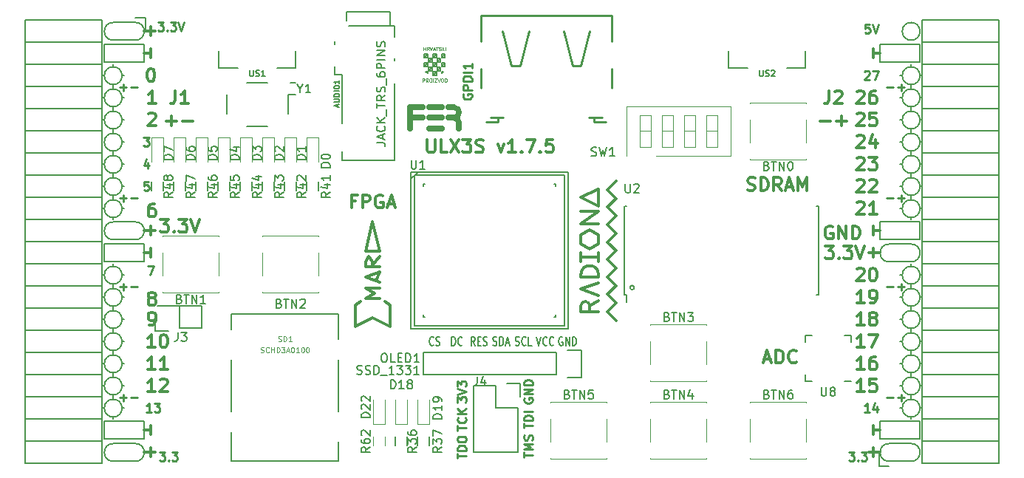
<source format=gto>
G04 #@! TF.FileFunction,Legend,Top*
%FSLAX46Y46*%
G04 Gerber Fmt 4.6, Leading zero omitted, Abs format (unit mm)*
G04 Created by KiCad (PCBNEW 4.0.7+dfsg1-1) date Fri Dec 22 20:15:13 2017*
%MOMM*%
%LPD*%
G01*
G04 APERTURE LIST*
%ADD10C,0.100000*%
%ADD11C,0.300000*%
%ADD12C,0.200000*%
%ADD13C,0.250000*%
%ADD14C,0.150000*%
%ADD15C,0.120000*%
%ADD16C,0.700000*%
%ADD17C,0.254000*%
%ADD18C,0.075000*%
%ADD19C,0.152400*%
%ADD20C,0.124460*%
G04 APERTURE END LIST*
D10*
D11*
X182492000Y-87582000D02*
X182492000Y-88598000D01*
X181984000Y-88090000D02*
X183254000Y-88090000D01*
X182492000Y-110442000D02*
X182492000Y-111458000D01*
X183254000Y-110950000D02*
X181984000Y-110950000D01*
X99688000Y-110442000D02*
X99688000Y-111458000D01*
X98926000Y-110950000D02*
X100196000Y-110950000D01*
X99688000Y-62182000D02*
X99688000Y-63198000D01*
X98926000Y-62690000D02*
X100196000Y-62690000D01*
X99688000Y-85042000D02*
X99688000Y-86058000D01*
X98926000Y-85550000D02*
X100196000Y-85550000D01*
D12*
X97910000Y-63706000D02*
G75*
G03X97910000Y-61674000I0J1016000D01*
G01*
X184270000Y-109934000D02*
G75*
G03X184270000Y-111966000I0J-1016000D01*
G01*
X95370000Y-111966000D02*
X97910000Y-111966000D01*
X95370000Y-109934000D02*
X97910000Y-109934000D01*
X97910000Y-111966000D02*
G75*
G03X97910000Y-109934000I0J1016000D01*
G01*
X95370000Y-109934000D02*
G75*
G03X95370000Y-111966000I0J-1016000D01*
G01*
X95370000Y-61674000D02*
X97910000Y-61674000D01*
X95370000Y-63706000D02*
X97910000Y-63706000D01*
X95370000Y-61674000D02*
G75*
G03X95370000Y-63706000I0J-1016000D01*
G01*
X95370000Y-84534000D02*
X97910000Y-84534000D01*
X95370000Y-86566000D02*
X97910000Y-86566000D01*
X95370000Y-84534000D02*
G75*
G03X95370000Y-86566000I0J-1016000D01*
G01*
X97910000Y-86566000D02*
G75*
G03X97910000Y-84534000I0J1016000D01*
G01*
X187826000Y-62690000D02*
G75*
G03X187826000Y-62690000I-1016000J0D01*
G01*
X184270000Y-89106000D02*
X186810000Y-89106000D01*
X184270000Y-87074000D02*
X186810000Y-87074000D01*
X184270000Y-87074000D02*
G75*
G03X184270000Y-89106000I0J-1016000D01*
G01*
X186810000Y-89106000D02*
G75*
G03X186810000Y-87074000I0J1016000D01*
G01*
X186810000Y-111966000D02*
X184270000Y-111966000D01*
X186810000Y-109934000D02*
X184270000Y-109934000D01*
X186810000Y-111966000D02*
G75*
G03X186810000Y-109934000I0J1016000D01*
G01*
X94354000Y-66246000D02*
X94354000Y-64214000D01*
X98926000Y-66246000D02*
X94354000Y-66246000D01*
X98926000Y-64214000D02*
X98926000Y-66246000D01*
X94354000Y-64214000D02*
X98926000Y-64214000D01*
X94354000Y-87074000D02*
X98926000Y-87074000D01*
X94354000Y-89106000D02*
X94354000Y-87074000D01*
X98926000Y-89106000D02*
X94354000Y-89106000D01*
X98926000Y-87074000D02*
X98926000Y-89106000D01*
X94354000Y-109426000D02*
X98926000Y-109426000D01*
X94354000Y-107394000D02*
X94354000Y-109426000D01*
X98926000Y-107394000D02*
X94354000Y-107394000D01*
X98926000Y-109426000D02*
X98926000Y-107394000D01*
X183254000Y-109426000D02*
X187826000Y-109426000D01*
X183254000Y-107394000D02*
X183254000Y-109426000D01*
X187826000Y-107394000D02*
X187826000Y-109426000D01*
X183254000Y-107394000D02*
X187826000Y-107394000D01*
X183254000Y-66246000D02*
X187826000Y-66246000D01*
X183254000Y-64214000D02*
X183254000Y-66246000D01*
X187826000Y-64214000D02*
X183254000Y-64214000D01*
X187826000Y-66246000D02*
X187826000Y-64214000D01*
X183254000Y-84534000D02*
X187826000Y-84534000D01*
X183254000Y-86566000D02*
X183254000Y-84534000D01*
X187826000Y-86566000D02*
X183254000Y-86566000D01*
X187826000Y-84534000D02*
X187826000Y-86566000D01*
D13*
X96148000Y-69111429D02*
X96909905Y-69111429D01*
X96528953Y-69492381D02*
X96528953Y-68730476D01*
X97386095Y-69111429D02*
X98148000Y-69111429D01*
X96148000Y-81811429D02*
X96909905Y-81811429D01*
X96528953Y-82192381D02*
X96528953Y-81430476D01*
X97386095Y-81811429D02*
X98148000Y-81811429D01*
X96148000Y-91971429D02*
X96909905Y-91971429D01*
X96528953Y-92352381D02*
X96528953Y-91590476D01*
X97386095Y-91971429D02*
X98148000Y-91971429D01*
X96148000Y-104671429D02*
X96909905Y-104671429D01*
X96528953Y-105052381D02*
X96528953Y-104290476D01*
X97386095Y-104671429D02*
X98148000Y-104671429D01*
X184032000Y-104671429D02*
X184793905Y-104671429D01*
X185270095Y-104671429D02*
X186032000Y-104671429D01*
X185651048Y-105052381D02*
X185651048Y-104290476D01*
X184032000Y-91971429D02*
X184793905Y-91971429D01*
X185270095Y-91971429D02*
X186032000Y-91971429D01*
X185651048Y-92352381D02*
X185651048Y-91590476D01*
X184032000Y-81811429D02*
X184793905Y-81811429D01*
X185270095Y-81811429D02*
X186032000Y-81811429D01*
X185651048Y-82192381D02*
X185651048Y-81430476D01*
X184032000Y-69111429D02*
X184793905Y-69111429D01*
X185270095Y-69111429D02*
X186032000Y-69111429D01*
X185651048Y-69492381D02*
X185651048Y-68730476D01*
D11*
X176420000Y-72957143D02*
X177562857Y-72957143D01*
X178277143Y-72957143D02*
X179420000Y-72957143D01*
X178848571Y-73528571D02*
X178848571Y-72385714D01*
D12*
X187826000Y-67770000D02*
G75*
G03X187826000Y-67770000I-1016000J0D01*
G01*
X187826000Y-70310000D02*
G75*
G03X187826000Y-70310000I-1016000J0D01*
G01*
X187826000Y-72850000D02*
G75*
G03X187826000Y-72850000I-1016000J0D01*
G01*
X187826000Y-75390000D02*
G75*
G03X187826000Y-75390000I-1016000J0D01*
G01*
X187826000Y-77930000D02*
G75*
G03X187826000Y-77930000I-1016000J0D01*
G01*
X187826000Y-80470000D02*
G75*
G03X187826000Y-80470000I-1016000J0D01*
G01*
X187826000Y-83010000D02*
G75*
G03X187826000Y-83010000I-1016000J0D01*
G01*
X187826000Y-90630000D02*
G75*
G03X187826000Y-90630000I-1016000J0D01*
G01*
X187826000Y-93170000D02*
G75*
G03X187826000Y-93170000I-1016000J0D01*
G01*
X187826000Y-95710000D02*
G75*
G03X187826000Y-95710000I-1016000J0D01*
G01*
X187826000Y-98250000D02*
G75*
G03X187826000Y-98250000I-1016000J0D01*
G01*
X187826000Y-100790000D02*
G75*
G03X187826000Y-100790000I-1016000J0D01*
G01*
X187826000Y-103330000D02*
G75*
G03X187826000Y-103330000I-1016000J0D01*
G01*
X187826000Y-105870000D02*
G75*
G03X187826000Y-105870000I-1016000J0D01*
G01*
X96386000Y-105870000D02*
G75*
G03X96386000Y-105870000I-1016000J0D01*
G01*
X96386000Y-103330000D02*
G75*
G03X96386000Y-103330000I-1016000J0D01*
G01*
X96386000Y-100790000D02*
G75*
G03X96386000Y-100790000I-1016000J0D01*
G01*
X96386000Y-98250000D02*
G75*
G03X96386000Y-98250000I-1016000J0D01*
G01*
X96386000Y-95710000D02*
G75*
G03X96386000Y-95710000I-1016000J0D01*
G01*
X96386000Y-93170000D02*
G75*
G03X96386000Y-93170000I-1016000J0D01*
G01*
X96386000Y-90630000D02*
G75*
G03X96386000Y-90630000I-1016000J0D01*
G01*
X96386000Y-83010000D02*
G75*
G03X96386000Y-83010000I-1016000J0D01*
G01*
X96386000Y-80470000D02*
G75*
G03X96386000Y-80470000I-1016000J0D01*
G01*
X96386000Y-77930000D02*
G75*
G03X96386000Y-77930000I-1016000J0D01*
G01*
X96386000Y-75390000D02*
G75*
G03X96386000Y-75390000I-1016000J0D01*
G01*
X96386000Y-72850000D02*
G75*
G03X96386000Y-72850000I-1016000J0D01*
G01*
X96386000Y-70310000D02*
G75*
G03X96386000Y-70310000I-1016000J0D01*
G01*
X96386000Y-67770000D02*
G75*
G03X96386000Y-67770000I-1016000J0D01*
G01*
D11*
X177793143Y-85054000D02*
X177650286Y-84982571D01*
X177436000Y-84982571D01*
X177221715Y-85054000D01*
X177078857Y-85196857D01*
X177007429Y-85339714D01*
X176936000Y-85625429D01*
X176936000Y-85839714D01*
X177007429Y-86125429D01*
X177078857Y-86268286D01*
X177221715Y-86411143D01*
X177436000Y-86482571D01*
X177578857Y-86482571D01*
X177793143Y-86411143D01*
X177864572Y-86339714D01*
X177864572Y-85839714D01*
X177578857Y-85839714D01*
X178507429Y-86482571D02*
X178507429Y-84982571D01*
X179364572Y-86482571D01*
X179364572Y-84982571D01*
X180078858Y-86482571D02*
X180078858Y-84982571D01*
X180436001Y-84982571D01*
X180650286Y-85054000D01*
X180793144Y-85196857D01*
X180864572Y-85339714D01*
X180936001Y-85625429D01*
X180936001Y-85839714D01*
X180864572Y-86125429D01*
X180793144Y-86268286D01*
X180650286Y-86411143D01*
X180436001Y-86482571D01*
X180078858Y-86482571D01*
X182492000Y-86058000D02*
X182492000Y-85042000D01*
X183254000Y-85550000D02*
X182492000Y-85550000D01*
X182492000Y-107902000D02*
X182492000Y-108918000D01*
X182492000Y-108410000D02*
X183254000Y-108410000D01*
D13*
X182047524Y-106322381D02*
X181476095Y-106322381D01*
X181761809Y-106322381D02*
X181761809Y-105322381D01*
X181666571Y-105465238D01*
X181571333Y-105560476D01*
X181476095Y-105608095D01*
X182904667Y-105655714D02*
X182904667Y-106322381D01*
X182666571Y-105274762D02*
X182428476Y-105989048D01*
X183047524Y-105989048D01*
X181476095Y-67317619D02*
X181523714Y-67270000D01*
X181618952Y-67222381D01*
X181857048Y-67222381D01*
X181952286Y-67270000D01*
X181999905Y-67317619D01*
X182047524Y-67412857D01*
X182047524Y-67508095D01*
X181999905Y-67650952D01*
X181428476Y-68222381D01*
X182047524Y-68222381D01*
X182380857Y-67222381D02*
X183047524Y-67222381D01*
X182618952Y-68222381D01*
D11*
X182492000Y-64722000D02*
X182492000Y-65738000D01*
X182492000Y-65230000D02*
X183254000Y-65230000D01*
X99688000Y-107902000D02*
X99688000Y-108918000D01*
X98926000Y-108410000D02*
X99688000Y-108410000D01*
D13*
X98846667Y-74842381D02*
X99465715Y-74842381D01*
X99132381Y-75223333D01*
X99275239Y-75223333D01*
X99370477Y-75270952D01*
X99418096Y-75318571D01*
X99465715Y-75413810D01*
X99465715Y-75651905D01*
X99418096Y-75747143D01*
X99370477Y-75794762D01*
X99275239Y-75842381D01*
X98989524Y-75842381D01*
X98894286Y-75794762D01*
X98846667Y-75747143D01*
X99370477Y-77715714D02*
X99370477Y-78382381D01*
X99132381Y-77334762D02*
X98894286Y-78049048D01*
X99513334Y-78049048D01*
X99418096Y-79922381D02*
X98941905Y-79922381D01*
X98894286Y-80398571D01*
X98941905Y-80350952D01*
X99037143Y-80303333D01*
X99275239Y-80303333D01*
X99370477Y-80350952D01*
X99418096Y-80398571D01*
X99465715Y-80493810D01*
X99465715Y-80731905D01*
X99418096Y-80827143D01*
X99370477Y-80874762D01*
X99275239Y-80922381D01*
X99037143Y-80922381D01*
X98941905Y-80874762D01*
X98894286Y-80827143D01*
X99751524Y-106322381D02*
X99180095Y-106322381D01*
X99465809Y-106322381D02*
X99465809Y-105322381D01*
X99370571Y-105465238D01*
X99275333Y-105560476D01*
X99180095Y-105608095D01*
X100084857Y-105322381D02*
X100703905Y-105322381D01*
X100370571Y-105703333D01*
X100513429Y-105703333D01*
X100608667Y-105750952D01*
X100656286Y-105798571D01*
X100703905Y-105893810D01*
X100703905Y-106131905D01*
X100656286Y-106227143D01*
X100608667Y-106274762D01*
X100513429Y-106322381D01*
X100227714Y-106322381D01*
X100132476Y-106274762D01*
X100084857Y-106227143D01*
X99354667Y-89574381D02*
X100021334Y-89574381D01*
X99592762Y-90574381D01*
D11*
X99688000Y-87582000D02*
X99688000Y-88598000D01*
X98926000Y-88090000D02*
X99688000Y-88090000D01*
X99688000Y-64722000D02*
X99688000Y-65738000D01*
X98926000Y-65230000D02*
X99688000Y-65230000D01*
D13*
X100497810Y-61634381D02*
X101116858Y-61634381D01*
X100783524Y-62015333D01*
X100926382Y-62015333D01*
X101021620Y-62062952D01*
X101069239Y-62110571D01*
X101116858Y-62205810D01*
X101116858Y-62443905D01*
X101069239Y-62539143D01*
X101021620Y-62586762D01*
X100926382Y-62634381D01*
X100640667Y-62634381D01*
X100545429Y-62586762D01*
X100497810Y-62539143D01*
X101545429Y-62539143D02*
X101593048Y-62586762D01*
X101545429Y-62634381D01*
X101497810Y-62586762D01*
X101545429Y-62539143D01*
X101545429Y-62634381D01*
X101926381Y-61634381D02*
X102545429Y-61634381D01*
X102212095Y-62015333D01*
X102354953Y-62015333D01*
X102450191Y-62062952D01*
X102497810Y-62110571D01*
X102545429Y-62205810D01*
X102545429Y-62443905D01*
X102497810Y-62539143D01*
X102450191Y-62586762D01*
X102354953Y-62634381D01*
X102069238Y-62634381D01*
X101974000Y-62586762D01*
X101926381Y-62539143D01*
X102831143Y-61634381D02*
X103164476Y-62634381D01*
X103497810Y-61634381D01*
X179666381Y-110910381D02*
X180285429Y-110910381D01*
X179952095Y-111291333D01*
X180094953Y-111291333D01*
X180190191Y-111338952D01*
X180237810Y-111386571D01*
X180285429Y-111481810D01*
X180285429Y-111719905D01*
X180237810Y-111815143D01*
X180190191Y-111862762D01*
X180094953Y-111910381D01*
X179809238Y-111910381D01*
X179714000Y-111862762D01*
X179666381Y-111815143D01*
X180714000Y-111815143D02*
X180761619Y-111862762D01*
X180714000Y-111910381D01*
X180666381Y-111862762D01*
X180714000Y-111815143D01*
X180714000Y-111910381D01*
X181094952Y-110910381D02*
X181714000Y-110910381D01*
X181380666Y-111291333D01*
X181523524Y-111291333D01*
X181618762Y-111338952D01*
X181666381Y-111386571D01*
X181714000Y-111481810D01*
X181714000Y-111719905D01*
X181666381Y-111815143D01*
X181618762Y-111862762D01*
X181523524Y-111910381D01*
X181237809Y-111910381D01*
X181142571Y-111862762D01*
X181094952Y-111815143D01*
D11*
X100775715Y-84220571D02*
X101704286Y-84220571D01*
X101204286Y-84792000D01*
X101418572Y-84792000D01*
X101561429Y-84863429D01*
X101632858Y-84934857D01*
X101704286Y-85077714D01*
X101704286Y-85434857D01*
X101632858Y-85577714D01*
X101561429Y-85649143D01*
X101418572Y-85720571D01*
X100990000Y-85720571D01*
X100847143Y-85649143D01*
X100775715Y-85577714D01*
X102347143Y-85577714D02*
X102418571Y-85649143D01*
X102347143Y-85720571D01*
X102275714Y-85649143D01*
X102347143Y-85577714D01*
X102347143Y-85720571D01*
X102918572Y-84220571D02*
X103847143Y-84220571D01*
X103347143Y-84792000D01*
X103561429Y-84792000D01*
X103704286Y-84863429D01*
X103775715Y-84934857D01*
X103847143Y-85077714D01*
X103847143Y-85434857D01*
X103775715Y-85577714D01*
X103704286Y-85649143D01*
X103561429Y-85720571D01*
X103132857Y-85720571D01*
X102990000Y-85649143D01*
X102918572Y-85577714D01*
X104275714Y-84220571D02*
X104775714Y-85720571D01*
X105275714Y-84220571D01*
D13*
X100672381Y-110910381D02*
X101291429Y-110910381D01*
X100958095Y-111291333D01*
X101100953Y-111291333D01*
X101196191Y-111338952D01*
X101243810Y-111386571D01*
X101291429Y-111481810D01*
X101291429Y-111719905D01*
X101243810Y-111815143D01*
X101196191Y-111862762D01*
X101100953Y-111910381D01*
X100815238Y-111910381D01*
X100720000Y-111862762D01*
X100672381Y-111815143D01*
X101720000Y-111815143D02*
X101767619Y-111862762D01*
X101720000Y-111910381D01*
X101672381Y-111862762D01*
X101720000Y-111815143D01*
X101720000Y-111910381D01*
X102100952Y-110910381D02*
X102720000Y-110910381D01*
X102386666Y-111291333D01*
X102529524Y-111291333D01*
X102624762Y-111338952D01*
X102672381Y-111386571D01*
X102720000Y-111481810D01*
X102720000Y-111719905D01*
X102672381Y-111815143D01*
X102624762Y-111862762D01*
X102529524Y-111910381D01*
X102243809Y-111910381D01*
X102148571Y-111862762D01*
X102100952Y-111815143D01*
X182047524Y-61888381D02*
X181571333Y-61888381D01*
X181523714Y-62364571D01*
X181571333Y-62316952D01*
X181666571Y-62269333D01*
X181904667Y-62269333D01*
X181999905Y-62316952D01*
X182047524Y-62364571D01*
X182095143Y-62459810D01*
X182095143Y-62697905D01*
X182047524Y-62793143D01*
X181999905Y-62840762D01*
X181904667Y-62888381D01*
X181666571Y-62888381D01*
X181571333Y-62840762D01*
X181523714Y-62793143D01*
X182380857Y-61888381D02*
X182714190Y-62888381D01*
X183047524Y-61888381D01*
D11*
X180587143Y-69631429D02*
X180658572Y-69560000D01*
X180801429Y-69488571D01*
X181158572Y-69488571D01*
X181301429Y-69560000D01*
X181372858Y-69631429D01*
X181444286Y-69774286D01*
X181444286Y-69917143D01*
X181372858Y-70131429D01*
X180515715Y-70988571D01*
X181444286Y-70988571D01*
X182730000Y-69488571D02*
X182444286Y-69488571D01*
X182301429Y-69560000D01*
X182230000Y-69631429D01*
X182087143Y-69845714D01*
X182015714Y-70131429D01*
X182015714Y-70702857D01*
X182087143Y-70845714D01*
X182158571Y-70917143D01*
X182301429Y-70988571D01*
X182587143Y-70988571D01*
X182730000Y-70917143D01*
X182801429Y-70845714D01*
X182872857Y-70702857D01*
X182872857Y-70345714D01*
X182801429Y-70202857D01*
X182730000Y-70131429D01*
X182587143Y-70060000D01*
X182301429Y-70060000D01*
X182158571Y-70131429D01*
X182087143Y-70202857D01*
X182015714Y-70345714D01*
X180587143Y-72171429D02*
X180658572Y-72100000D01*
X180801429Y-72028571D01*
X181158572Y-72028571D01*
X181301429Y-72100000D01*
X181372858Y-72171429D01*
X181444286Y-72314286D01*
X181444286Y-72457143D01*
X181372858Y-72671429D01*
X180515715Y-73528571D01*
X181444286Y-73528571D01*
X182801429Y-72028571D02*
X182087143Y-72028571D01*
X182015714Y-72742857D01*
X182087143Y-72671429D01*
X182230000Y-72600000D01*
X182587143Y-72600000D01*
X182730000Y-72671429D01*
X182801429Y-72742857D01*
X182872857Y-72885714D01*
X182872857Y-73242857D01*
X182801429Y-73385714D01*
X182730000Y-73457143D01*
X182587143Y-73528571D01*
X182230000Y-73528571D01*
X182087143Y-73457143D01*
X182015714Y-73385714D01*
X180587143Y-74711429D02*
X180658572Y-74640000D01*
X180801429Y-74568571D01*
X181158572Y-74568571D01*
X181301429Y-74640000D01*
X181372858Y-74711429D01*
X181444286Y-74854286D01*
X181444286Y-74997143D01*
X181372858Y-75211429D01*
X180515715Y-76068571D01*
X181444286Y-76068571D01*
X182730000Y-75068571D02*
X182730000Y-76068571D01*
X182372857Y-74497143D02*
X182015714Y-75568571D01*
X182944286Y-75568571D01*
X180587143Y-77251429D02*
X180658572Y-77180000D01*
X180801429Y-77108571D01*
X181158572Y-77108571D01*
X181301429Y-77180000D01*
X181372858Y-77251429D01*
X181444286Y-77394286D01*
X181444286Y-77537143D01*
X181372858Y-77751429D01*
X180515715Y-78608571D01*
X181444286Y-78608571D01*
X181944286Y-77108571D02*
X182872857Y-77108571D01*
X182372857Y-77680000D01*
X182587143Y-77680000D01*
X182730000Y-77751429D01*
X182801429Y-77822857D01*
X182872857Y-77965714D01*
X182872857Y-78322857D01*
X182801429Y-78465714D01*
X182730000Y-78537143D01*
X182587143Y-78608571D01*
X182158571Y-78608571D01*
X182015714Y-78537143D01*
X181944286Y-78465714D01*
X180587143Y-79791429D02*
X180658572Y-79720000D01*
X180801429Y-79648571D01*
X181158572Y-79648571D01*
X181301429Y-79720000D01*
X181372858Y-79791429D01*
X181444286Y-79934286D01*
X181444286Y-80077143D01*
X181372858Y-80291429D01*
X180515715Y-81148571D01*
X181444286Y-81148571D01*
X182015714Y-79791429D02*
X182087143Y-79720000D01*
X182230000Y-79648571D01*
X182587143Y-79648571D01*
X182730000Y-79720000D01*
X182801429Y-79791429D01*
X182872857Y-79934286D01*
X182872857Y-80077143D01*
X182801429Y-80291429D01*
X181944286Y-81148571D01*
X182872857Y-81148571D01*
X180587143Y-82331429D02*
X180658572Y-82260000D01*
X180801429Y-82188571D01*
X181158572Y-82188571D01*
X181301429Y-82260000D01*
X181372858Y-82331429D01*
X181444286Y-82474286D01*
X181444286Y-82617143D01*
X181372858Y-82831429D01*
X180515715Y-83688571D01*
X181444286Y-83688571D01*
X182872857Y-83688571D02*
X182015714Y-83688571D01*
X182444286Y-83688571D02*
X182444286Y-82188571D01*
X182301429Y-82402857D01*
X182158571Y-82545714D01*
X182015714Y-82617143D01*
X176975715Y-87268571D02*
X177904286Y-87268571D01*
X177404286Y-87840000D01*
X177618572Y-87840000D01*
X177761429Y-87911429D01*
X177832858Y-87982857D01*
X177904286Y-88125714D01*
X177904286Y-88482857D01*
X177832858Y-88625714D01*
X177761429Y-88697143D01*
X177618572Y-88768571D01*
X177190000Y-88768571D01*
X177047143Y-88697143D01*
X176975715Y-88625714D01*
X178547143Y-88625714D02*
X178618571Y-88697143D01*
X178547143Y-88768571D01*
X178475714Y-88697143D01*
X178547143Y-88625714D01*
X178547143Y-88768571D01*
X179118572Y-87268571D02*
X180047143Y-87268571D01*
X179547143Y-87840000D01*
X179761429Y-87840000D01*
X179904286Y-87911429D01*
X179975715Y-87982857D01*
X180047143Y-88125714D01*
X180047143Y-88482857D01*
X179975715Y-88625714D01*
X179904286Y-88697143D01*
X179761429Y-88768571D01*
X179332857Y-88768571D01*
X179190000Y-88697143D01*
X179118572Y-88625714D01*
X180475714Y-87268571D02*
X180975714Y-88768571D01*
X181475714Y-87268571D01*
X180587143Y-89951429D02*
X180658572Y-89880000D01*
X180801429Y-89808571D01*
X181158572Y-89808571D01*
X181301429Y-89880000D01*
X181372858Y-89951429D01*
X181444286Y-90094286D01*
X181444286Y-90237143D01*
X181372858Y-90451429D01*
X180515715Y-91308571D01*
X181444286Y-91308571D01*
X182372857Y-89808571D02*
X182515714Y-89808571D01*
X182658571Y-89880000D01*
X182730000Y-89951429D01*
X182801429Y-90094286D01*
X182872857Y-90380000D01*
X182872857Y-90737143D01*
X182801429Y-91022857D01*
X182730000Y-91165714D01*
X182658571Y-91237143D01*
X182515714Y-91308571D01*
X182372857Y-91308571D01*
X182230000Y-91237143D01*
X182158571Y-91165714D01*
X182087143Y-91022857D01*
X182015714Y-90737143D01*
X182015714Y-90380000D01*
X182087143Y-90094286D01*
X182158571Y-89951429D01*
X182230000Y-89880000D01*
X182372857Y-89808571D01*
X181444286Y-93848571D02*
X180587143Y-93848571D01*
X181015715Y-93848571D02*
X181015715Y-92348571D01*
X180872858Y-92562857D01*
X180730000Y-92705714D01*
X180587143Y-92777143D01*
X182158571Y-93848571D02*
X182444286Y-93848571D01*
X182587143Y-93777143D01*
X182658571Y-93705714D01*
X182801429Y-93491429D01*
X182872857Y-93205714D01*
X182872857Y-92634286D01*
X182801429Y-92491429D01*
X182730000Y-92420000D01*
X182587143Y-92348571D01*
X182301429Y-92348571D01*
X182158571Y-92420000D01*
X182087143Y-92491429D01*
X182015714Y-92634286D01*
X182015714Y-92991429D01*
X182087143Y-93134286D01*
X182158571Y-93205714D01*
X182301429Y-93277143D01*
X182587143Y-93277143D01*
X182730000Y-93205714D01*
X182801429Y-93134286D01*
X182872857Y-92991429D01*
X181444286Y-96388571D02*
X180587143Y-96388571D01*
X181015715Y-96388571D02*
X181015715Y-94888571D01*
X180872858Y-95102857D01*
X180730000Y-95245714D01*
X180587143Y-95317143D01*
X182301429Y-95531429D02*
X182158571Y-95460000D01*
X182087143Y-95388571D01*
X182015714Y-95245714D01*
X182015714Y-95174286D01*
X182087143Y-95031429D01*
X182158571Y-94960000D01*
X182301429Y-94888571D01*
X182587143Y-94888571D01*
X182730000Y-94960000D01*
X182801429Y-95031429D01*
X182872857Y-95174286D01*
X182872857Y-95245714D01*
X182801429Y-95388571D01*
X182730000Y-95460000D01*
X182587143Y-95531429D01*
X182301429Y-95531429D01*
X182158571Y-95602857D01*
X182087143Y-95674286D01*
X182015714Y-95817143D01*
X182015714Y-96102857D01*
X182087143Y-96245714D01*
X182158571Y-96317143D01*
X182301429Y-96388571D01*
X182587143Y-96388571D01*
X182730000Y-96317143D01*
X182801429Y-96245714D01*
X182872857Y-96102857D01*
X182872857Y-95817143D01*
X182801429Y-95674286D01*
X182730000Y-95602857D01*
X182587143Y-95531429D01*
X181444286Y-98928571D02*
X180587143Y-98928571D01*
X181015715Y-98928571D02*
X181015715Y-97428571D01*
X180872858Y-97642857D01*
X180730000Y-97785714D01*
X180587143Y-97857143D01*
X181944286Y-97428571D02*
X182944286Y-97428571D01*
X182301429Y-98928571D01*
X181444286Y-101468571D02*
X180587143Y-101468571D01*
X181015715Y-101468571D02*
X181015715Y-99968571D01*
X180872858Y-100182857D01*
X180730000Y-100325714D01*
X180587143Y-100397143D01*
X182730000Y-99968571D02*
X182444286Y-99968571D01*
X182301429Y-100040000D01*
X182230000Y-100111429D01*
X182087143Y-100325714D01*
X182015714Y-100611429D01*
X182015714Y-101182857D01*
X182087143Y-101325714D01*
X182158571Y-101397143D01*
X182301429Y-101468571D01*
X182587143Y-101468571D01*
X182730000Y-101397143D01*
X182801429Y-101325714D01*
X182872857Y-101182857D01*
X182872857Y-100825714D01*
X182801429Y-100682857D01*
X182730000Y-100611429D01*
X182587143Y-100540000D01*
X182301429Y-100540000D01*
X182158571Y-100611429D01*
X182087143Y-100682857D01*
X182015714Y-100825714D01*
X181444286Y-104008571D02*
X180587143Y-104008571D01*
X181015715Y-104008571D02*
X181015715Y-102508571D01*
X180872858Y-102722857D01*
X180730000Y-102865714D01*
X180587143Y-102937143D01*
X182801429Y-102508571D02*
X182087143Y-102508571D01*
X182015714Y-103222857D01*
X182087143Y-103151429D01*
X182230000Y-103080000D01*
X182587143Y-103080000D01*
X182730000Y-103151429D01*
X182801429Y-103222857D01*
X182872857Y-103365714D01*
X182872857Y-103722857D01*
X182801429Y-103865714D01*
X182730000Y-103937143D01*
X182587143Y-104008571D01*
X182230000Y-104008571D01*
X182087143Y-103937143D01*
X182015714Y-103865714D01*
D12*
X186810000Y-66500000D02*
X186810000Y-66754000D01*
X187826000Y-67770000D02*
X188080000Y-67770000D01*
X185540000Y-67770000D02*
X185794000Y-67770000D01*
X186810000Y-69294000D02*
X186810000Y-68786000D01*
X187826000Y-70310000D02*
X188080000Y-70310000D01*
X185540000Y-70310000D02*
X185794000Y-70310000D01*
X186810000Y-71326000D02*
X186810000Y-71834000D01*
X187826000Y-72850000D02*
X188080000Y-72850000D01*
X185540000Y-72850000D02*
X185794000Y-72850000D01*
X186810000Y-73866000D02*
X186810000Y-74374000D01*
X187826000Y-75390000D02*
X188080000Y-75390000D01*
X185540000Y-75390000D02*
X185794000Y-75390000D01*
X186810000Y-76406000D02*
X186810000Y-76914000D01*
X187826000Y-77930000D02*
X188080000Y-77930000D01*
X185540000Y-77930000D02*
X185794000Y-77930000D01*
X186810000Y-79454000D02*
X186810000Y-78946000D01*
X187826000Y-80470000D02*
X188080000Y-80470000D01*
X185540000Y-80470000D02*
X185794000Y-80470000D01*
X186810000Y-81994000D02*
X186810000Y-81486000D01*
X187826000Y-83010000D02*
X188080000Y-83010000D01*
X185540000Y-83010000D02*
X185794000Y-83010000D01*
X186810000Y-84026000D02*
X186810000Y-84280000D01*
X186810000Y-89360000D02*
X186810000Y-89614000D01*
X187826000Y-90630000D02*
X188080000Y-90630000D01*
X185540000Y-90630000D02*
X185794000Y-90630000D01*
X186810000Y-91646000D02*
X186810000Y-92154000D01*
X187826000Y-93170000D02*
X188080000Y-93170000D01*
X185540000Y-93170000D02*
X185794000Y-93170000D01*
X186810000Y-94186000D02*
X186810000Y-94694000D01*
X187826000Y-95710000D02*
X188080000Y-95710000D01*
X185540000Y-95710000D02*
X185794000Y-95710000D01*
X186810000Y-97234000D02*
X186810000Y-96726000D01*
X187826000Y-98250000D02*
X188080000Y-98250000D01*
X185540000Y-98250000D02*
X185794000Y-98250000D01*
X187826000Y-100790000D02*
X188080000Y-100790000D01*
X185540000Y-100790000D02*
X185794000Y-100790000D01*
X186810000Y-99266000D02*
X186810000Y-99774000D01*
X186810000Y-102314000D02*
X186810000Y-101806000D01*
X187826000Y-103330000D02*
X188080000Y-103330000D01*
X185540000Y-103330000D02*
X185794000Y-103330000D01*
X186810000Y-104346000D02*
X186810000Y-104854000D01*
X185540000Y-105870000D02*
X185794000Y-105870000D01*
X187826000Y-105870000D02*
X188080000Y-105870000D01*
X186810000Y-106886000D02*
X186810000Y-107140000D01*
X95370000Y-66754000D02*
X95370000Y-66500000D01*
X96386000Y-67770000D02*
X96640000Y-67770000D01*
X94100000Y-67770000D02*
X94354000Y-67770000D01*
X95370000Y-68786000D02*
X95370000Y-69294000D01*
X96386000Y-70310000D02*
X96640000Y-70310000D01*
X94100000Y-70310000D02*
X94354000Y-70310000D01*
X95370000Y-71326000D02*
X95370000Y-71834000D01*
X96386000Y-72850000D02*
X96640000Y-72850000D01*
X94100000Y-72850000D02*
X94354000Y-72850000D01*
X95370000Y-73866000D02*
X95370000Y-74374000D01*
X96386000Y-75390000D02*
X96640000Y-75390000D01*
X95370000Y-76406000D02*
X95370000Y-76914000D01*
X96386000Y-77930000D02*
X96640000Y-77930000D01*
X94100000Y-77930000D02*
X94354000Y-77930000D01*
X95370000Y-79454000D02*
X95370000Y-78946000D01*
X96386000Y-80470000D02*
X96640000Y-80470000D01*
X94100000Y-80470000D02*
X94354000Y-80470000D01*
X95370000Y-81486000D02*
X95370000Y-81994000D01*
X96386000Y-83010000D02*
X96640000Y-83010000D01*
X95370000Y-84026000D02*
X95370000Y-84280000D01*
X94100000Y-83010000D02*
X94354000Y-83010000D01*
X95370000Y-106886000D02*
X95370000Y-107140000D01*
X95370000Y-89360000D02*
X95370000Y-89614000D01*
X96386000Y-93170000D02*
X96640000Y-93170000D01*
X94100000Y-93170000D02*
X94354000Y-93170000D01*
X95370000Y-94186000D02*
X95370000Y-94694000D01*
X94100000Y-90630000D02*
X94354000Y-90630000D01*
X96386000Y-90630000D02*
X96640000Y-90630000D01*
X95370000Y-92154000D02*
X95370000Y-91646000D01*
X96386000Y-95710000D02*
X96640000Y-95710000D01*
X94100000Y-95710000D02*
X94354000Y-95710000D01*
X96386000Y-98250000D02*
X96640000Y-98250000D01*
X94354000Y-98250000D02*
X94100000Y-98250000D01*
X95370000Y-96726000D02*
X95370000Y-97234000D01*
X95370000Y-99266000D02*
X95370000Y-99774000D01*
X94100000Y-100790000D02*
X94354000Y-100790000D01*
X96386000Y-100790000D02*
X96640000Y-100790000D01*
X94100000Y-103330000D02*
X94354000Y-103330000D01*
X96386000Y-103330000D02*
X96640000Y-103330000D01*
X95370000Y-101806000D02*
X95370000Y-102314000D01*
X95370000Y-104346000D02*
X95370000Y-104854000D01*
X96386000Y-105870000D02*
X96640000Y-105870000D01*
X94100000Y-105870000D02*
X94354000Y-105870000D01*
D11*
X101490000Y-72957143D02*
X102632857Y-72957143D01*
X102061428Y-73528571D02*
X102061428Y-72385714D01*
X103347143Y-72957143D02*
X104490000Y-72957143D01*
X100164286Y-104008571D02*
X99307143Y-104008571D01*
X99735715Y-104008571D02*
X99735715Y-102508571D01*
X99592858Y-102722857D01*
X99450000Y-102865714D01*
X99307143Y-102937143D01*
X100735714Y-102651429D02*
X100807143Y-102580000D01*
X100950000Y-102508571D01*
X101307143Y-102508571D01*
X101450000Y-102580000D01*
X101521429Y-102651429D01*
X101592857Y-102794286D01*
X101592857Y-102937143D01*
X101521429Y-103151429D01*
X100664286Y-104008571D01*
X101592857Y-104008571D01*
X100164286Y-101468571D02*
X99307143Y-101468571D01*
X99735715Y-101468571D02*
X99735715Y-99968571D01*
X99592858Y-100182857D01*
X99450000Y-100325714D01*
X99307143Y-100397143D01*
X101592857Y-101468571D02*
X100735714Y-101468571D01*
X101164286Y-101468571D02*
X101164286Y-99968571D01*
X101021429Y-100182857D01*
X100878571Y-100325714D01*
X100735714Y-100397143D01*
X100164286Y-98928571D02*
X99307143Y-98928571D01*
X99735715Y-98928571D02*
X99735715Y-97428571D01*
X99592858Y-97642857D01*
X99450000Y-97785714D01*
X99307143Y-97857143D01*
X101092857Y-97428571D02*
X101235714Y-97428571D01*
X101378571Y-97500000D01*
X101450000Y-97571429D01*
X101521429Y-97714286D01*
X101592857Y-98000000D01*
X101592857Y-98357143D01*
X101521429Y-98642857D01*
X101450000Y-98785714D01*
X101378571Y-98857143D01*
X101235714Y-98928571D01*
X101092857Y-98928571D01*
X100950000Y-98857143D01*
X100878571Y-98785714D01*
X100807143Y-98642857D01*
X100735714Y-98357143D01*
X100735714Y-98000000D01*
X100807143Y-97714286D01*
X100878571Y-97571429D01*
X100950000Y-97500000D01*
X101092857Y-97428571D01*
X99529286Y-96388571D02*
X99815001Y-96388571D01*
X99957858Y-96317143D01*
X100029286Y-96245714D01*
X100172144Y-96031429D01*
X100243572Y-95745714D01*
X100243572Y-95174286D01*
X100172144Y-95031429D01*
X100100715Y-94960000D01*
X99957858Y-94888571D01*
X99672144Y-94888571D01*
X99529286Y-94960000D01*
X99457858Y-95031429D01*
X99386429Y-95174286D01*
X99386429Y-95531429D01*
X99457858Y-95674286D01*
X99529286Y-95745714D01*
X99672144Y-95817143D01*
X99957858Y-95817143D01*
X100100715Y-95745714D01*
X100172144Y-95674286D01*
X100243572Y-95531429D01*
X99672144Y-93245429D02*
X99529286Y-93174000D01*
X99457858Y-93102571D01*
X99386429Y-92959714D01*
X99386429Y-92888286D01*
X99457858Y-92745429D01*
X99529286Y-92674000D01*
X99672144Y-92602571D01*
X99957858Y-92602571D01*
X100100715Y-92674000D01*
X100172144Y-92745429D01*
X100243572Y-92888286D01*
X100243572Y-92959714D01*
X100172144Y-93102571D01*
X100100715Y-93174000D01*
X99957858Y-93245429D01*
X99672144Y-93245429D01*
X99529286Y-93316857D01*
X99457858Y-93388286D01*
X99386429Y-93531143D01*
X99386429Y-93816857D01*
X99457858Y-93959714D01*
X99529286Y-94031143D01*
X99672144Y-94102571D01*
X99957858Y-94102571D01*
X100100715Y-94031143D01*
X100172144Y-93959714D01*
X100243572Y-93816857D01*
X100243572Y-93531143D01*
X100172144Y-93388286D01*
X100100715Y-93316857D01*
X99957858Y-93245429D01*
X100100715Y-82442571D02*
X99815001Y-82442571D01*
X99672144Y-82514000D01*
X99600715Y-82585429D01*
X99457858Y-82799714D01*
X99386429Y-83085429D01*
X99386429Y-83656857D01*
X99457858Y-83799714D01*
X99529286Y-83871143D01*
X99672144Y-83942571D01*
X99957858Y-83942571D01*
X100100715Y-83871143D01*
X100172144Y-83799714D01*
X100243572Y-83656857D01*
X100243572Y-83299714D01*
X100172144Y-83156857D01*
X100100715Y-83085429D01*
X99957858Y-83014000D01*
X99672144Y-83014000D01*
X99529286Y-83085429D01*
X99457858Y-83156857D01*
X99386429Y-83299714D01*
X99386429Y-72171429D02*
X99457858Y-72100000D01*
X99600715Y-72028571D01*
X99957858Y-72028571D01*
X100100715Y-72100000D01*
X100172144Y-72171429D01*
X100243572Y-72314286D01*
X100243572Y-72457143D01*
X100172144Y-72671429D01*
X99315001Y-73528571D01*
X100243572Y-73528571D01*
X100243572Y-70988571D02*
X99386429Y-70988571D01*
X99815001Y-70988571D02*
X99815001Y-69488571D01*
X99672144Y-69702857D01*
X99529286Y-69845714D01*
X99386429Y-69917143D01*
X99616572Y-66948571D02*
X99759429Y-66948571D01*
X99902286Y-67020000D01*
X99973715Y-67091429D01*
X100045144Y-67234286D01*
X100116572Y-67520000D01*
X100116572Y-67877143D01*
X100045144Y-68162857D01*
X99973715Y-68305714D01*
X99902286Y-68377143D01*
X99759429Y-68448571D01*
X99616572Y-68448571D01*
X99473715Y-68377143D01*
X99402286Y-68305714D01*
X99330858Y-68162857D01*
X99259429Y-67877143D01*
X99259429Y-67520000D01*
X99330858Y-67234286D01*
X99402286Y-67091429D01*
X99473715Y-67020000D01*
X99616572Y-66948571D01*
X131371430Y-75076571D02*
X131371430Y-76290857D01*
X131442858Y-76433714D01*
X131514287Y-76505143D01*
X131657144Y-76576571D01*
X131942858Y-76576571D01*
X132085716Y-76505143D01*
X132157144Y-76433714D01*
X132228573Y-76290857D01*
X132228573Y-75076571D01*
X133657145Y-76576571D02*
X132942859Y-76576571D01*
X132942859Y-75076571D01*
X134014288Y-75076571D02*
X135014288Y-76576571D01*
X135014288Y-75076571D02*
X134014288Y-76576571D01*
X135442859Y-75076571D02*
X136371430Y-75076571D01*
X135871430Y-75648000D01*
X136085716Y-75648000D01*
X136228573Y-75719429D01*
X136300002Y-75790857D01*
X136371430Y-75933714D01*
X136371430Y-76290857D01*
X136300002Y-76433714D01*
X136228573Y-76505143D01*
X136085716Y-76576571D01*
X135657144Y-76576571D01*
X135514287Y-76505143D01*
X135442859Y-76433714D01*
X136942858Y-76505143D02*
X137157144Y-76576571D01*
X137514287Y-76576571D01*
X137657144Y-76505143D01*
X137728573Y-76433714D01*
X137800001Y-76290857D01*
X137800001Y-76148000D01*
X137728573Y-76005143D01*
X137657144Y-75933714D01*
X137514287Y-75862286D01*
X137228573Y-75790857D01*
X137085715Y-75719429D01*
X137014287Y-75648000D01*
X136942858Y-75505143D01*
X136942858Y-75362286D01*
X137014287Y-75219429D01*
X137085715Y-75148000D01*
X137228573Y-75076571D01*
X137585715Y-75076571D01*
X137800001Y-75148000D01*
X139442858Y-75576571D02*
X139800001Y-76576571D01*
X140157143Y-75576571D01*
X141514286Y-76576571D02*
X140657143Y-76576571D01*
X141085715Y-76576571D02*
X141085715Y-75076571D01*
X140942858Y-75290857D01*
X140800000Y-75433714D01*
X140657143Y-75505143D01*
X142157143Y-76433714D02*
X142228571Y-76505143D01*
X142157143Y-76576571D01*
X142085714Y-76505143D01*
X142157143Y-76433714D01*
X142157143Y-76576571D01*
X142728572Y-75076571D02*
X143728572Y-75076571D01*
X143085715Y-76576571D01*
X144300000Y-76433714D02*
X144371428Y-76505143D01*
X144300000Y-76576571D01*
X144228571Y-76505143D01*
X144300000Y-76433714D01*
X144300000Y-76576571D01*
X145728572Y-75076571D02*
X145014286Y-75076571D01*
X144942857Y-75790857D01*
X145014286Y-75719429D01*
X145157143Y-75648000D01*
X145514286Y-75648000D01*
X145657143Y-75719429D01*
X145728572Y-75790857D01*
X145800000Y-75933714D01*
X145800000Y-76290857D01*
X145728572Y-76433714D01*
X145657143Y-76505143D01*
X145514286Y-76576571D01*
X145157143Y-76576571D01*
X145014286Y-76505143D01*
X144942857Y-76433714D01*
X123159429Y-82140857D02*
X122659429Y-82140857D01*
X122659429Y-82926571D02*
X122659429Y-81426571D01*
X123373715Y-81426571D01*
X123945143Y-82926571D02*
X123945143Y-81426571D01*
X124516571Y-81426571D01*
X124659429Y-81498000D01*
X124730857Y-81569429D01*
X124802286Y-81712286D01*
X124802286Y-81926571D01*
X124730857Y-82069429D01*
X124659429Y-82140857D01*
X124516571Y-82212286D01*
X123945143Y-82212286D01*
X126230857Y-81498000D02*
X126088000Y-81426571D01*
X125873714Y-81426571D01*
X125659429Y-81498000D01*
X125516571Y-81640857D01*
X125445143Y-81783714D01*
X125373714Y-82069429D01*
X125373714Y-82283714D01*
X125445143Y-82569429D01*
X125516571Y-82712286D01*
X125659429Y-82855143D01*
X125873714Y-82926571D01*
X126016571Y-82926571D01*
X126230857Y-82855143D01*
X126302286Y-82783714D01*
X126302286Y-82283714D01*
X126016571Y-82283714D01*
X126873714Y-82498000D02*
X127588000Y-82498000D01*
X126730857Y-82926571D02*
X127230857Y-81426571D01*
X127730857Y-82926571D01*
X168077929Y-80886643D02*
X168292215Y-80958071D01*
X168649358Y-80958071D01*
X168792215Y-80886643D01*
X168863644Y-80815214D01*
X168935072Y-80672357D01*
X168935072Y-80529500D01*
X168863644Y-80386643D01*
X168792215Y-80315214D01*
X168649358Y-80243786D01*
X168363644Y-80172357D01*
X168220786Y-80100929D01*
X168149358Y-80029500D01*
X168077929Y-79886643D01*
X168077929Y-79743786D01*
X168149358Y-79600929D01*
X168220786Y-79529500D01*
X168363644Y-79458071D01*
X168720786Y-79458071D01*
X168935072Y-79529500D01*
X169577929Y-80958071D02*
X169577929Y-79458071D01*
X169935072Y-79458071D01*
X170149357Y-79529500D01*
X170292215Y-79672357D01*
X170363643Y-79815214D01*
X170435072Y-80100929D01*
X170435072Y-80315214D01*
X170363643Y-80600929D01*
X170292215Y-80743786D01*
X170149357Y-80886643D01*
X169935072Y-80958071D01*
X169577929Y-80958071D01*
X171935072Y-80958071D02*
X171435072Y-80243786D01*
X171077929Y-80958071D02*
X171077929Y-79458071D01*
X171649357Y-79458071D01*
X171792215Y-79529500D01*
X171863643Y-79600929D01*
X171935072Y-79743786D01*
X171935072Y-79958071D01*
X171863643Y-80100929D01*
X171792215Y-80172357D01*
X171649357Y-80243786D01*
X171077929Y-80243786D01*
X172506500Y-80529500D02*
X173220786Y-80529500D01*
X172363643Y-80958071D02*
X172863643Y-79458071D01*
X173363643Y-80958071D01*
X173863643Y-80958071D02*
X173863643Y-79458071D01*
X174363643Y-80529500D01*
X174863643Y-79458071D01*
X174863643Y-80958071D01*
X169966857Y-100278000D02*
X170681143Y-100278000D01*
X169824000Y-100706571D02*
X170324000Y-99206571D01*
X170824000Y-100706571D01*
X171324000Y-100706571D02*
X171324000Y-99206571D01*
X171681143Y-99206571D01*
X171895428Y-99278000D01*
X172038286Y-99420857D01*
X172109714Y-99563714D01*
X172181143Y-99849429D01*
X172181143Y-100063714D01*
X172109714Y-100349429D01*
X172038286Y-100492286D01*
X171895428Y-100635143D01*
X171681143Y-100706571D01*
X171324000Y-100706571D01*
X173681143Y-100563714D02*
X173609714Y-100635143D01*
X173395428Y-100706571D01*
X173252571Y-100706571D01*
X173038286Y-100635143D01*
X172895428Y-100492286D01*
X172824000Y-100349429D01*
X172752571Y-100063714D01*
X172752571Y-99849429D01*
X172824000Y-99563714D01*
X172895428Y-99420857D01*
X173038286Y-99278000D01*
X173252571Y-99206571D01*
X173395428Y-99206571D01*
X173609714Y-99278000D01*
X173681143Y-99349429D01*
D13*
X142447381Y-111521333D02*
X142447381Y-110949904D01*
X143447381Y-111235619D02*
X142447381Y-111235619D01*
X143447381Y-110616571D02*
X142447381Y-110616571D01*
X143161667Y-110283237D01*
X142447381Y-109949904D01*
X143447381Y-109949904D01*
X143399762Y-109521333D02*
X143447381Y-109378476D01*
X143447381Y-109140380D01*
X143399762Y-109045142D01*
X143352143Y-108997523D01*
X143256905Y-108949904D01*
X143161667Y-108949904D01*
X143066429Y-108997523D01*
X143018810Y-109045142D01*
X142971190Y-109140380D01*
X142923571Y-109330857D01*
X142875952Y-109426095D01*
X142828333Y-109473714D01*
X142733095Y-109521333D01*
X142637857Y-109521333D01*
X142542619Y-109473714D01*
X142495000Y-109426095D01*
X142447381Y-109330857D01*
X142447381Y-109092761D01*
X142495000Y-108949904D01*
X142447381Y-108163809D02*
X142447381Y-107592380D01*
X143447381Y-107878095D02*
X142447381Y-107878095D01*
X143447381Y-107259047D02*
X142447381Y-107259047D01*
X142447381Y-107020952D01*
X142495000Y-106878094D01*
X142590238Y-106782856D01*
X142685476Y-106735237D01*
X142875952Y-106687618D01*
X143018810Y-106687618D01*
X143209286Y-106735237D01*
X143304524Y-106782856D01*
X143399762Y-106878094D01*
X143447381Y-107020952D01*
X143447381Y-107259047D01*
X143447381Y-106259047D02*
X142447381Y-106259047D01*
X142495000Y-104726904D02*
X142447381Y-104822142D01*
X142447381Y-104964999D01*
X142495000Y-105107857D01*
X142590238Y-105203095D01*
X142685476Y-105250714D01*
X142875952Y-105298333D01*
X143018810Y-105298333D01*
X143209286Y-105250714D01*
X143304524Y-105203095D01*
X143399762Y-105107857D01*
X143447381Y-104964999D01*
X143447381Y-104869761D01*
X143399762Y-104726904D01*
X143352143Y-104679285D01*
X143018810Y-104679285D01*
X143018810Y-104869761D01*
X143447381Y-104250714D02*
X142447381Y-104250714D01*
X143447381Y-103679285D01*
X142447381Y-103679285D01*
X143447381Y-103203095D02*
X142447381Y-103203095D01*
X142447381Y-102965000D01*
X142495000Y-102822142D01*
X142590238Y-102726904D01*
X142685476Y-102679285D01*
X142875952Y-102631666D01*
X143018810Y-102631666D01*
X143209286Y-102679285D01*
X143304524Y-102726904D01*
X143399762Y-102822142D01*
X143447381Y-102965000D01*
X143447381Y-103203095D01*
X134827381Y-111624524D02*
X134827381Y-111053095D01*
X135827381Y-111338810D02*
X134827381Y-111338810D01*
X135827381Y-110719762D02*
X134827381Y-110719762D01*
X134827381Y-110481667D01*
X134875000Y-110338809D01*
X134970238Y-110243571D01*
X135065476Y-110195952D01*
X135255952Y-110148333D01*
X135398810Y-110148333D01*
X135589286Y-110195952D01*
X135684524Y-110243571D01*
X135779762Y-110338809D01*
X135827381Y-110481667D01*
X135827381Y-110719762D01*
X134827381Y-109529286D02*
X134827381Y-109338809D01*
X134875000Y-109243571D01*
X134970238Y-109148333D01*
X135160714Y-109100714D01*
X135494048Y-109100714D01*
X135684524Y-109148333D01*
X135779762Y-109243571D01*
X135827381Y-109338809D01*
X135827381Y-109529286D01*
X135779762Y-109624524D01*
X135684524Y-109719762D01*
X135494048Y-109767381D01*
X135160714Y-109767381D01*
X134970238Y-109719762D01*
X134875000Y-109624524D01*
X134827381Y-109529286D01*
X134827381Y-108425714D02*
X134827381Y-107854285D01*
X135827381Y-108140000D02*
X134827381Y-108140000D01*
X135732143Y-106949523D02*
X135779762Y-106997142D01*
X135827381Y-107139999D01*
X135827381Y-107235237D01*
X135779762Y-107378095D01*
X135684524Y-107473333D01*
X135589286Y-107520952D01*
X135398810Y-107568571D01*
X135255952Y-107568571D01*
X135065476Y-107520952D01*
X134970238Y-107473333D01*
X134875000Y-107378095D01*
X134827381Y-107235237D01*
X134827381Y-107139999D01*
X134875000Y-106997142D01*
X134922619Y-106949523D01*
X135827381Y-106520952D02*
X134827381Y-106520952D01*
X135827381Y-105949523D02*
X135255952Y-106378095D01*
X134827381Y-105949523D02*
X135398810Y-106520952D01*
X134827381Y-105203095D02*
X134827381Y-104584047D01*
X135208333Y-104917381D01*
X135208333Y-104774523D01*
X135255952Y-104679285D01*
X135303571Y-104631666D01*
X135398810Y-104584047D01*
X135636905Y-104584047D01*
X135732143Y-104631666D01*
X135779762Y-104679285D01*
X135827381Y-104774523D01*
X135827381Y-105060238D01*
X135779762Y-105155476D01*
X135732143Y-105203095D01*
X134827381Y-104298333D02*
X135827381Y-103965000D01*
X134827381Y-103631666D01*
X134827381Y-103393571D02*
X134827381Y-102774523D01*
X135208333Y-103107857D01*
X135208333Y-102964999D01*
X135255952Y-102869761D01*
X135303571Y-102822142D01*
X135398810Y-102774523D01*
X135636905Y-102774523D01*
X135732143Y-102822142D01*
X135779762Y-102869761D01*
X135827381Y-102964999D01*
X135827381Y-103250714D01*
X135779762Y-103345952D01*
X135732143Y-103393571D01*
D14*
X85270000Y-112220000D02*
X94100000Y-112220000D01*
X85270000Y-109680000D02*
X85270000Y-112220000D01*
X94100000Y-109680000D02*
X94100000Y-112220000D01*
X94100000Y-112220000D02*
X85270000Y-112220000D01*
X94100000Y-109680000D02*
X85270000Y-109680000D01*
X94100000Y-107140000D02*
X94100000Y-109680000D01*
X85270000Y-107140000D02*
X85270000Y-109680000D01*
X85270000Y-109680000D02*
X94100000Y-109680000D01*
X85270000Y-91900000D02*
X94100000Y-91900000D01*
X85270000Y-89360000D02*
X85270000Y-91900000D01*
X94100000Y-89360000D02*
X94100000Y-91900000D01*
X94100000Y-91900000D02*
X85270000Y-91900000D01*
X94100000Y-94440000D02*
X85270000Y-94440000D01*
X94100000Y-91900000D02*
X94100000Y-94440000D01*
X85270000Y-91900000D02*
X85270000Y-94440000D01*
X85270000Y-94440000D02*
X94100000Y-94440000D01*
X85270000Y-107140000D02*
X94100000Y-107140000D01*
X85270000Y-104600000D02*
X85270000Y-107140000D01*
X94100000Y-104600000D02*
X94100000Y-107140000D01*
X94100000Y-107140000D02*
X85270000Y-107140000D01*
X94100000Y-104600000D02*
X85270000Y-104600000D01*
X94100000Y-102060000D02*
X94100000Y-104600000D01*
X85270000Y-102060000D02*
X85270000Y-104600000D01*
X85270000Y-104600000D02*
X94100000Y-104600000D01*
X85270000Y-102060000D02*
X94100000Y-102060000D01*
X85270000Y-99520000D02*
X85270000Y-102060000D01*
X94100000Y-99520000D02*
X94100000Y-102060000D01*
X94100000Y-102060000D02*
X85270000Y-102060000D01*
X94100000Y-99520000D02*
X85270000Y-99520000D01*
X94100000Y-96980000D02*
X94100000Y-99520000D01*
X85270000Y-96980000D02*
X85270000Y-99520000D01*
X85270000Y-99520000D02*
X94100000Y-99520000D01*
X85270000Y-96980000D02*
X94100000Y-96980000D01*
X85270000Y-94440000D02*
X85270000Y-96980000D01*
X94100000Y-94440000D02*
X94100000Y-96980000D01*
X94100000Y-96980000D02*
X85270000Y-96980000D01*
X94100000Y-79200000D02*
X85270000Y-79200000D01*
X94100000Y-76660000D02*
X94100000Y-79200000D01*
X85270000Y-76660000D02*
X85270000Y-79200000D01*
X85270000Y-79200000D02*
X94100000Y-79200000D01*
X85270000Y-81740000D02*
X94100000Y-81740000D01*
X85270000Y-79200000D02*
X85270000Y-81740000D01*
X94100000Y-79200000D02*
X94100000Y-81740000D01*
X94100000Y-81740000D02*
X85270000Y-81740000D01*
X94100000Y-84280000D02*
X85270000Y-84280000D01*
X94100000Y-81740000D02*
X94100000Y-84280000D01*
X85270000Y-81740000D02*
X85270000Y-84280000D01*
X85270000Y-84280000D02*
X94100000Y-84280000D01*
X85270000Y-86820000D02*
X94100000Y-86820000D01*
X85270000Y-84280000D02*
X85270000Y-86820000D01*
X94100000Y-84280000D02*
X94100000Y-86820000D01*
X94100000Y-86820000D02*
X85270000Y-86820000D01*
X94100000Y-89360000D02*
X85270000Y-89360000D01*
X94100000Y-86820000D02*
X94100000Y-89360000D01*
X85270000Y-86820000D02*
X85270000Y-89360000D01*
X85270000Y-89360000D02*
X94100000Y-89360000D01*
X85270000Y-76660000D02*
X94100000Y-76660000D01*
X85270000Y-74120000D02*
X85270000Y-76660000D01*
X94100000Y-74120000D02*
X94100000Y-76660000D01*
X94100000Y-76660000D02*
X85270000Y-76660000D01*
X94100000Y-74120000D02*
X85270000Y-74120000D01*
X94100000Y-71580000D02*
X94100000Y-74120000D01*
X85270000Y-71580000D02*
X85270000Y-74120000D01*
X85270000Y-74120000D02*
X94100000Y-74120000D01*
X85270000Y-71580000D02*
X94100000Y-71580000D01*
X85270000Y-69040000D02*
X85270000Y-71580000D01*
X94100000Y-69040000D02*
X94100000Y-71580000D01*
X94100000Y-71580000D02*
X85270000Y-71580000D01*
X94100000Y-69040000D02*
X85270000Y-69040000D01*
X94100000Y-66500000D02*
X94100000Y-69040000D01*
X85270000Y-66500000D02*
X85270000Y-69040000D01*
X85270000Y-69040000D02*
X94100000Y-69040000D01*
X85270000Y-66500000D02*
X94100000Y-66500000D01*
X85270000Y-63960000D02*
X85270000Y-66500000D01*
X94100000Y-63960000D02*
X94100000Y-66500000D01*
X94100000Y-66500000D02*
X85270000Y-66500000D01*
X94100000Y-63960000D02*
X85270000Y-63960000D01*
X94100000Y-61420000D02*
X94100000Y-63960000D01*
X99060000Y-62690000D02*
X99060000Y-61140000D01*
X99060000Y-61140000D02*
X97910000Y-61140000D01*
X94100000Y-61420000D02*
X85270000Y-61420000D01*
X85270000Y-61420000D02*
X85270000Y-63960000D01*
X85270000Y-63960000D02*
X94100000Y-63960000D01*
X196910000Y-61420000D02*
X188080000Y-61420000D01*
X196910000Y-63960000D02*
X196910000Y-61420000D01*
X188080000Y-63960000D02*
X188080000Y-61420000D01*
X188080000Y-61420000D02*
X196910000Y-61420000D01*
X188080000Y-63960000D02*
X196910000Y-63960000D01*
X188080000Y-66500000D02*
X188080000Y-63960000D01*
X196910000Y-66500000D02*
X196910000Y-63960000D01*
X196910000Y-63960000D02*
X188080000Y-63960000D01*
X196910000Y-81740000D02*
X188080000Y-81740000D01*
X196910000Y-84280000D02*
X196910000Y-81740000D01*
X188080000Y-84280000D02*
X188080000Y-81740000D01*
X188080000Y-81740000D02*
X196910000Y-81740000D01*
X188080000Y-79200000D02*
X196910000Y-79200000D01*
X188080000Y-81740000D02*
X188080000Y-79200000D01*
X196910000Y-81740000D02*
X196910000Y-79200000D01*
X196910000Y-79200000D02*
X188080000Y-79200000D01*
X196910000Y-66500000D02*
X188080000Y-66500000D01*
X196910000Y-69040000D02*
X196910000Y-66500000D01*
X188080000Y-69040000D02*
X188080000Y-66500000D01*
X188080000Y-66500000D02*
X196910000Y-66500000D01*
X188080000Y-69040000D02*
X196910000Y-69040000D01*
X188080000Y-71580000D02*
X188080000Y-69040000D01*
X196910000Y-71580000D02*
X196910000Y-69040000D01*
X196910000Y-69040000D02*
X188080000Y-69040000D01*
X196910000Y-71580000D02*
X188080000Y-71580000D01*
X196910000Y-74120000D02*
X196910000Y-71580000D01*
X188080000Y-74120000D02*
X188080000Y-71580000D01*
X188080000Y-71580000D02*
X196910000Y-71580000D01*
X188080000Y-74120000D02*
X196910000Y-74120000D01*
X188080000Y-76660000D02*
X188080000Y-74120000D01*
X196910000Y-76660000D02*
X196910000Y-74120000D01*
X196910000Y-74120000D02*
X188080000Y-74120000D01*
X196910000Y-76660000D02*
X188080000Y-76660000D01*
X196910000Y-79200000D02*
X196910000Y-76660000D01*
X188080000Y-79200000D02*
X188080000Y-76660000D01*
X188080000Y-76660000D02*
X196910000Y-76660000D01*
X188080000Y-94440000D02*
X196910000Y-94440000D01*
X188080000Y-96980000D02*
X188080000Y-94440000D01*
X196910000Y-96980000D02*
X196910000Y-94440000D01*
X196910000Y-94440000D02*
X188080000Y-94440000D01*
X196910000Y-91900000D02*
X188080000Y-91900000D01*
X196910000Y-94440000D02*
X196910000Y-91900000D01*
X188080000Y-94440000D02*
X188080000Y-91900000D01*
X188080000Y-91900000D02*
X196910000Y-91900000D01*
X188080000Y-89360000D02*
X196910000Y-89360000D01*
X188080000Y-91900000D02*
X188080000Y-89360000D01*
X196910000Y-91900000D02*
X196910000Y-89360000D01*
X196910000Y-89360000D02*
X188080000Y-89360000D01*
X196910000Y-86820000D02*
X188080000Y-86820000D01*
X196910000Y-89360000D02*
X196910000Y-86820000D01*
X188080000Y-89360000D02*
X188080000Y-86820000D01*
X188080000Y-86820000D02*
X196910000Y-86820000D01*
X188080000Y-84280000D02*
X196910000Y-84280000D01*
X188080000Y-86820000D02*
X188080000Y-84280000D01*
X196910000Y-86820000D02*
X196910000Y-84280000D01*
X196910000Y-84280000D02*
X188080000Y-84280000D01*
X196910000Y-96980000D02*
X188080000Y-96980000D01*
X196910000Y-99520000D02*
X196910000Y-96980000D01*
X188080000Y-99520000D02*
X188080000Y-96980000D01*
X188080000Y-96980000D02*
X196910000Y-96980000D01*
X188080000Y-99520000D02*
X196910000Y-99520000D01*
X188080000Y-102060000D02*
X188080000Y-99520000D01*
X196910000Y-102060000D02*
X196910000Y-99520000D01*
X196910000Y-99520000D02*
X188080000Y-99520000D01*
X196910000Y-102060000D02*
X188080000Y-102060000D01*
X196910000Y-104600000D02*
X196910000Y-102060000D01*
X188080000Y-104600000D02*
X188080000Y-102060000D01*
X188080000Y-102060000D02*
X196910000Y-102060000D01*
X188080000Y-104600000D02*
X196910000Y-104600000D01*
X188080000Y-107140000D02*
X188080000Y-104600000D01*
X196910000Y-107140000D02*
X196910000Y-104600000D01*
X196910000Y-104600000D02*
X188080000Y-104600000D01*
X196910000Y-107140000D02*
X188080000Y-107140000D01*
X196910000Y-109680000D02*
X196910000Y-107140000D01*
X188080000Y-109680000D02*
X188080000Y-107140000D01*
X188080000Y-107140000D02*
X196910000Y-107140000D01*
X188080000Y-109680000D02*
X196910000Y-109680000D01*
X188080000Y-112220000D02*
X188080000Y-109680000D01*
X183120000Y-110950000D02*
X183120000Y-112500000D01*
X183120000Y-112500000D02*
X184270000Y-112500000D01*
X188080000Y-112220000D02*
X196910000Y-112220000D01*
X196910000Y-112220000D02*
X196910000Y-109680000D01*
X196910000Y-109680000D02*
X188080000Y-109680000D01*
X100170000Y-95456000D02*
X100170000Y-97006000D01*
X102990000Y-94186000D02*
X100450000Y-94186000D01*
X100170000Y-97006000D02*
X101720000Y-97006000D01*
X105530000Y-94186000D02*
X102990000Y-94186000D01*
X102990000Y-94186000D02*
X102990000Y-96726000D01*
X102990000Y-96726000D02*
X105530000Y-96726000D01*
X105530000Y-96726000D02*
X105530000Y-94186000D01*
X127715000Y-110180000D02*
X127715000Y-109180000D01*
X129065000Y-109180000D02*
X129065000Y-110180000D01*
X131605000Y-109180000D02*
X131605000Y-110180000D01*
X130255000Y-110180000D02*
X130255000Y-109180000D01*
X116280000Y-64925000D02*
X116280000Y-66925000D01*
X116280000Y-66925000D02*
X114130000Y-66925000D01*
X109630000Y-66925000D02*
X107480000Y-66925000D01*
X107480000Y-66925000D02*
X107480000Y-64975000D01*
X174700000Y-64925000D02*
X174700000Y-66925000D01*
X174700000Y-66925000D02*
X172550000Y-66925000D01*
X168050000Y-66925000D02*
X165900000Y-66925000D01*
X165900000Y-66925000D02*
X165900000Y-64975000D01*
X141725000Y-110950000D02*
X141725000Y-105870000D01*
X142005000Y-103050000D02*
X142005000Y-104600000D01*
X139185000Y-103330000D02*
X139185000Y-105870000D01*
X139185000Y-105870000D02*
X141725000Y-105870000D01*
X141725000Y-110950000D02*
X136645000Y-110950000D01*
X136645000Y-110950000D02*
X136645000Y-105870000D01*
X142005000Y-103050000D02*
X140455000Y-103050000D01*
X136645000Y-103330000D02*
X139185000Y-103330000D01*
X136645000Y-105870000D02*
X136645000Y-103330000D01*
X118905000Y-79970000D02*
X118905000Y-80970000D01*
X117555000Y-80970000D02*
X117555000Y-79970000D01*
X116365000Y-79970000D02*
X116365000Y-80970000D01*
X115015000Y-80970000D02*
X115015000Y-79970000D01*
X113825000Y-79970000D02*
X113825000Y-80970000D01*
X112475000Y-80970000D02*
X112475000Y-79970000D01*
X111285000Y-79970000D02*
X111285000Y-80970000D01*
X109935000Y-80970000D02*
X109935000Y-79970000D01*
X108745000Y-79970000D02*
X108745000Y-80970000D01*
X107395000Y-80970000D02*
X107395000Y-79970000D01*
X106205000Y-79970000D02*
X106205000Y-80970000D01*
X104855000Y-80970000D02*
X104855000Y-79970000D01*
X103665000Y-79970000D02*
X103665000Y-80970000D01*
X102315000Y-80970000D02*
X102315000Y-79970000D01*
X101125000Y-79970000D02*
X101125000Y-80970000D01*
X99775000Y-80970000D02*
X99775000Y-79970000D01*
X174660000Y-102780000D02*
X174660000Y-102030000D01*
X179910000Y-97530000D02*
X179910000Y-98280000D01*
X174660000Y-97530000D02*
X174660000Y-98280000D01*
X179910000Y-102780000D02*
X179160000Y-102780000D01*
X179910000Y-97530000D02*
X179160000Y-97530000D01*
X174660000Y-97530000D02*
X175410000Y-97530000D01*
X174660000Y-102780000D02*
X175410000Y-102780000D01*
X146170000Y-99520000D02*
X130930000Y-99520000D01*
X130930000Y-99520000D02*
X130930000Y-102060000D01*
X130930000Y-102060000D02*
X146170000Y-102060000D01*
X148990000Y-99240000D02*
X147440000Y-99240000D01*
X146170000Y-99520000D02*
X146170000Y-102060000D01*
X147440000Y-102340000D02*
X148990000Y-102340000D01*
X148990000Y-102340000D02*
X148990000Y-99240000D01*
D15*
X168340000Y-77350000D02*
X168340000Y-77320000D01*
X168340000Y-70890000D02*
X168340000Y-70920000D01*
X174800000Y-70890000D02*
X174800000Y-70920000D01*
X174800000Y-77320000D02*
X174800000Y-77350000D01*
X168340000Y-75420000D02*
X168340000Y-72820000D01*
X174800000Y-77350000D02*
X168340000Y-77350000D01*
X174800000Y-75420000D02*
X174800000Y-72820000D01*
X174800000Y-70890000D02*
X168340000Y-70890000D01*
X107490000Y-86130000D02*
X107490000Y-86160000D01*
X107490000Y-92590000D02*
X107490000Y-92560000D01*
X101030000Y-92590000D02*
X101030000Y-92560000D01*
X101030000Y-86160000D02*
X101030000Y-86130000D01*
X107490000Y-88060000D02*
X107490000Y-90660000D01*
X101030000Y-86130000D02*
X107490000Y-86130000D01*
X101030000Y-88060000D02*
X101030000Y-90660000D01*
X101030000Y-92590000D02*
X107490000Y-92590000D01*
X118920000Y-86130000D02*
X118920000Y-86160000D01*
X118920000Y-92590000D02*
X118920000Y-92560000D01*
X112460000Y-92590000D02*
X112460000Y-92560000D01*
X112460000Y-86160000D02*
X112460000Y-86130000D01*
X118920000Y-88060000D02*
X118920000Y-90660000D01*
X112460000Y-86130000D02*
X118920000Y-86130000D01*
X112460000Y-88060000D02*
X112460000Y-90660000D01*
X112460000Y-92590000D02*
X118920000Y-92590000D01*
X163370000Y-96290000D02*
X163370000Y-96320000D01*
X163370000Y-102750000D02*
X163370000Y-102720000D01*
X156910000Y-102750000D02*
X156910000Y-102720000D01*
X156910000Y-96320000D02*
X156910000Y-96290000D01*
X163370000Y-98220000D02*
X163370000Y-100820000D01*
X156910000Y-96290000D02*
X163370000Y-96290000D01*
X156910000Y-98220000D02*
X156910000Y-100820000D01*
X156910000Y-102750000D02*
X163370000Y-102750000D01*
X156910000Y-111640000D02*
X156910000Y-111610000D01*
X156910000Y-105180000D02*
X156910000Y-105210000D01*
X163370000Y-105180000D02*
X163370000Y-105210000D01*
X163370000Y-111610000D02*
X163370000Y-111640000D01*
X156910000Y-109710000D02*
X156910000Y-107110000D01*
X163370000Y-111640000D02*
X156910000Y-111640000D01*
X163370000Y-109710000D02*
X163370000Y-107110000D01*
X163370000Y-105180000D02*
X156910000Y-105180000D01*
X145480000Y-111640000D02*
X145480000Y-111610000D01*
X145480000Y-105180000D02*
X145480000Y-105210000D01*
X151940000Y-105180000D02*
X151940000Y-105210000D01*
X151940000Y-111610000D02*
X151940000Y-111640000D01*
X145480000Y-109710000D02*
X145480000Y-107110000D01*
X151940000Y-111640000D02*
X145480000Y-111640000D01*
X151940000Y-109710000D02*
X151940000Y-107110000D01*
X151940000Y-105180000D02*
X145480000Y-105180000D01*
X168340000Y-111640000D02*
X168340000Y-111610000D01*
X168340000Y-105180000D02*
X168340000Y-105210000D01*
X174800000Y-105180000D02*
X174800000Y-105210000D01*
X174800000Y-111610000D02*
X174800000Y-111640000D01*
X168340000Y-109710000D02*
X168340000Y-107110000D01*
X174800000Y-111640000D02*
X168340000Y-111640000D01*
X174800000Y-109710000D02*
X174800000Y-107110000D01*
X174800000Y-105180000D02*
X168340000Y-105180000D01*
X154160000Y-76965000D02*
X154160000Y-71275000D01*
X154160000Y-71275000D02*
X166120000Y-71275000D01*
X166120000Y-71275000D02*
X166120000Y-76965000D01*
X166120000Y-76965000D02*
X157600000Y-76965000D01*
X155695000Y-75930000D02*
X156965000Y-75930000D01*
X156965000Y-75930000D02*
X156965000Y-72310000D01*
X156965000Y-72310000D02*
X155695000Y-72310000D01*
X155695000Y-72310000D02*
X155695000Y-75930000D01*
X155695000Y-74120000D02*
X156965000Y-74120000D01*
X158235000Y-75930000D02*
X159505000Y-75930000D01*
X159505000Y-75930000D02*
X159505000Y-72310000D01*
X159505000Y-72310000D02*
X158235000Y-72310000D01*
X158235000Y-72310000D02*
X158235000Y-75930000D01*
X158235000Y-74120000D02*
X159505000Y-74120000D01*
X160775000Y-75930000D02*
X162045000Y-75930000D01*
X162045000Y-75930000D02*
X162045000Y-72310000D01*
X162045000Y-72310000D02*
X160775000Y-72310000D01*
X160775000Y-72310000D02*
X160775000Y-75930000D01*
X160775000Y-74120000D02*
X162045000Y-74120000D01*
X163315000Y-75930000D02*
X164585000Y-75930000D01*
X164585000Y-75930000D02*
X164585000Y-72310000D01*
X164585000Y-72310000D02*
X163315000Y-72310000D01*
X163315000Y-72310000D02*
X163315000Y-75930000D01*
X163315000Y-74120000D02*
X164585000Y-74120000D01*
D14*
X130880000Y-80200000D02*
X131080000Y-80200000D01*
X130880000Y-80400000D02*
X130880000Y-80200000D01*
X146080000Y-80200000D02*
X146080000Y-80400000D01*
X145880000Y-80200000D02*
X146080000Y-80200000D01*
X146080000Y-95400000D02*
X146080000Y-95200000D01*
X145880000Y-95400000D02*
X146080000Y-95400000D01*
X130880000Y-95400000D02*
X131080000Y-95400000D01*
X130880000Y-95200000D02*
X130880000Y-95400000D01*
X130280000Y-78800000D02*
X129480000Y-79600000D01*
X129480000Y-96800000D02*
X129480000Y-78800000D01*
X147480000Y-96800000D02*
X129480000Y-96800000D01*
X147480000Y-78800000D02*
X147480000Y-96800000D01*
X129480000Y-78800000D02*
X147480000Y-78800000D01*
X129880000Y-96400000D02*
X129880000Y-79200000D01*
X147080000Y-96400000D02*
X129880000Y-96400000D01*
X147080000Y-79200000D02*
X147080000Y-96400000D01*
X129880000Y-79200000D02*
X147080000Y-79200000D01*
D11*
X149980000Y-94836000D02*
X149980000Y-94136000D01*
X148980000Y-94836000D02*
X148980000Y-94136000D01*
X151980000Y-80836000D02*
X152980000Y-79836000D01*
X152980000Y-81836000D02*
X151980000Y-80836000D01*
X151980000Y-82836000D02*
X152980000Y-81836000D01*
X152980000Y-83836000D02*
X151980000Y-82836000D01*
X151980000Y-84836000D02*
X152980000Y-83836000D01*
X152980000Y-85836000D02*
X151980000Y-84836000D01*
X151980000Y-86836000D02*
X152980000Y-85836000D01*
X152980000Y-87836000D02*
X151980000Y-86836000D01*
X151980000Y-88836000D02*
X152980000Y-87836000D01*
X152980000Y-89836000D02*
X151980000Y-88836000D01*
X151980000Y-90836000D02*
X152980000Y-89836000D01*
X152980000Y-91836000D02*
X151980000Y-90836000D01*
X151980000Y-92836000D02*
X152980000Y-91836000D01*
X152980000Y-93836000D02*
X151980000Y-92836000D01*
X151980000Y-94836000D02*
X152980000Y-93836000D01*
X152980000Y-95836000D02*
X151980000Y-94836000D01*
X150980000Y-90836000D02*
X150980000Y-90536000D01*
X148980000Y-90836000D02*
X148980000Y-90536000D01*
X148980000Y-89036000D02*
X148980000Y-88036000D01*
X150980000Y-89036000D02*
X150980000Y-88036000D01*
X150980000Y-83336000D02*
X148980000Y-83336000D01*
X148980000Y-84736000D02*
X150980000Y-83336000D01*
X149980000Y-94136000D02*
X150980000Y-93536000D01*
X149980000Y-85436000D02*
X150980000Y-86036000D01*
X148980000Y-86036000D02*
X149980000Y-85436000D01*
X149980000Y-87636000D02*
X148980000Y-87036000D01*
X150980000Y-87036000D02*
X149980000Y-87636000D01*
X148980000Y-86036000D02*
X148980000Y-87036000D01*
X150980000Y-87036000D02*
X150980000Y-86036000D01*
X150980000Y-80736000D02*
X150980000Y-82736000D01*
X148980000Y-81736000D02*
X150980000Y-80736000D01*
X150980000Y-82736000D02*
X148980000Y-81736000D01*
X150980000Y-84736000D02*
X148980000Y-84736000D01*
X148980000Y-88536000D02*
X150980000Y-88536000D01*
X150980000Y-90536000D02*
G75*
G03X148980000Y-90536000I-1000000J0D01*
G01*
X150980000Y-90836000D02*
X148980000Y-90836000D01*
X148980000Y-92236000D02*
X150980000Y-91536000D01*
X150980000Y-92936000D02*
X148980000Y-92236000D01*
X149980000Y-94136000D02*
G75*
G03X148980000Y-94136000I-500000J0D01*
G01*
X150980000Y-94836000D02*
X148980000Y-94836000D01*
X124288000Y-92084000D02*
X125888000Y-92084000D01*
X125288000Y-92684000D02*
X124288000Y-92084000D01*
X124288000Y-93284000D02*
X125288000Y-92684000D01*
X125888000Y-93284000D02*
X124288000Y-93284000D01*
X127088000Y-94084000D02*
X126488000Y-93684000D01*
X123088000Y-94084000D02*
X123688000Y-93684000D01*
X123088000Y-96484000D02*
X123088000Y-94084000D01*
X125088000Y-84484000D02*
X124288000Y-87884000D01*
X125888000Y-87884000D02*
X125088000Y-84484000D01*
X124288000Y-87884000D02*
X125888000Y-87884000D01*
X125088000Y-89484000D02*
X125888000Y-88484000D01*
X125088000Y-89084000D02*
X125088000Y-89684000D01*
X124688000Y-88484000D02*
X125088000Y-89084000D01*
X124288000Y-89084000D02*
X124688000Y-88484000D01*
X124288000Y-89684000D02*
X124288000Y-89084000D01*
X124288000Y-89684000D02*
X125888000Y-89684000D01*
X125888000Y-90284000D02*
X125488000Y-91284000D01*
X124288000Y-90884000D02*
X125888000Y-90284000D01*
X125888000Y-91484000D02*
X124288000Y-90884000D01*
X127088000Y-96484000D02*
X127088000Y-94084000D01*
X125088000Y-95484000D02*
X127088000Y-96484000D01*
X123088000Y-96484000D02*
X125088000Y-95484000D01*
D16*
X135000000Y-73196000D02*
X135000000Y-73796000D01*
X135000000Y-73196000D02*
G75*
G03X134400000Y-72596000I-600000J0D01*
G01*
X134400000Y-72596000D02*
G75*
G03X134400000Y-71396000I0J600000D01*
G01*
X133800000Y-72596000D02*
X134400000Y-72596000D01*
X133800000Y-71396000D02*
X134400000Y-71396000D01*
X129400000Y-71396000D02*
X129400000Y-73796000D01*
X131600000Y-73796000D02*
X133000000Y-73796000D01*
X131600000Y-72596000D02*
X133000000Y-72596000D01*
X131600000Y-71396000D02*
X133000000Y-71396000D01*
X129400000Y-71396000D02*
X130800000Y-71396000D01*
X129400000Y-72596000D02*
X130800000Y-72596000D01*
D12*
X131000000Y-66700000D02*
X131400000Y-66300000D01*
X131000000Y-65700000D02*
X131400000Y-65300000D01*
X131500000Y-66200000D02*
X131900000Y-65800000D01*
X132000000Y-65700000D02*
X132400000Y-65300000D01*
X133000000Y-65700000D02*
X133400000Y-65300000D01*
X132500000Y-66200000D02*
X132900000Y-65800000D01*
X132000000Y-66700000D02*
X132400000Y-66300000D01*
X131500000Y-67200000D02*
X131900000Y-66800000D01*
X133000000Y-66700000D02*
X133400000Y-66300000D01*
X132500000Y-67200000D02*
X132900000Y-66800000D01*
X132000000Y-67700000D02*
X132400000Y-67300000D01*
X133200000Y-67300000D02*
X133000000Y-67300000D01*
X133000000Y-67500000D02*
X133200000Y-67300000D01*
X133000000Y-67300000D02*
X133000000Y-67500000D01*
X132400000Y-67300000D02*
X132000000Y-67300000D01*
X132400000Y-67700000D02*
X132400000Y-67300000D01*
X132000000Y-67700000D02*
X132400000Y-67700000D01*
X132000000Y-67300000D02*
X132000000Y-67700000D01*
X131400000Y-67500000D02*
X131200000Y-67300000D01*
X131400000Y-67300000D02*
X131400000Y-67500000D01*
X131200000Y-67300000D02*
X131400000Y-67300000D01*
X132500000Y-67200000D02*
X132500000Y-66800000D01*
X132900000Y-67200000D02*
X132500000Y-67200000D01*
X132900000Y-66800000D02*
X132900000Y-67200000D01*
X132500000Y-66800000D02*
X132900000Y-66800000D01*
X131500000Y-67200000D02*
X131500000Y-66800000D01*
X131900000Y-67200000D02*
X131500000Y-67200000D01*
X131900000Y-66800000D02*
X131900000Y-67200000D01*
X131500000Y-66800000D02*
X131900000Y-66800000D01*
X133400000Y-66300000D02*
X133000000Y-66300000D01*
X133400000Y-66700000D02*
X133400000Y-66300000D01*
X133000000Y-66700000D02*
X133400000Y-66700000D01*
X133000000Y-66300000D02*
X133000000Y-66700000D01*
X132400000Y-66300000D02*
X132000000Y-66300000D01*
X132400000Y-66700000D02*
X132400000Y-66300000D01*
X132000000Y-66700000D02*
X132400000Y-66700000D01*
X132000000Y-66300000D02*
X132000000Y-66700000D01*
X131000000Y-66700000D02*
X131000000Y-66300000D01*
X131400000Y-66700000D02*
X131000000Y-66700000D01*
X131400000Y-66300000D02*
X131400000Y-66700000D01*
X131000000Y-66300000D02*
X131400000Y-66300000D01*
X132900000Y-65800000D02*
X132500000Y-65800000D01*
X132900000Y-66200000D02*
X132900000Y-65800000D01*
X132500000Y-66200000D02*
X132900000Y-66200000D01*
X132500000Y-65800000D02*
X132500000Y-66200000D01*
X131900000Y-65800000D02*
X131500000Y-65800000D01*
X131900000Y-66200000D02*
X131900000Y-65800000D01*
X131500000Y-66200000D02*
X131900000Y-66200000D01*
X131500000Y-65800000D02*
X131500000Y-66200000D01*
X133400000Y-65300000D02*
X133000000Y-65300000D01*
X133400000Y-65700000D02*
X133400000Y-65300000D01*
X133000000Y-65700000D02*
X133400000Y-65700000D01*
X133000000Y-65300000D02*
X133000000Y-65700000D01*
X132000000Y-65700000D02*
X132000000Y-65300000D01*
X132400000Y-65700000D02*
X132000000Y-65700000D01*
X132400000Y-65300000D02*
X132400000Y-65700000D01*
X132000000Y-65300000D02*
X132400000Y-65300000D01*
X131000000Y-65700000D02*
X131000000Y-65300000D01*
X131400000Y-65700000D02*
X131000000Y-65700000D01*
X131400000Y-65300000D02*
X131400000Y-65700000D01*
X131000000Y-65300000D02*
X131400000Y-65300000D01*
D15*
X125150000Y-107670000D02*
X126550000Y-107670000D01*
X126550000Y-107670000D02*
X126550000Y-104870000D01*
X125150000Y-107670000D02*
X125150000Y-104870000D01*
X125170000Y-110180000D02*
X125170000Y-109180000D01*
X126530000Y-109180000D02*
X126530000Y-110180000D01*
X127690000Y-107670000D02*
X129090000Y-107670000D01*
X129090000Y-107670000D02*
X129090000Y-104870000D01*
X127690000Y-107670000D02*
X127690000Y-104870000D01*
X118930000Y-74860000D02*
X117530000Y-74860000D01*
X117530000Y-74860000D02*
X117530000Y-77660000D01*
X118930000Y-74860000D02*
X118930000Y-77660000D01*
X116390000Y-74860000D02*
X114990000Y-74860000D01*
X114990000Y-74860000D02*
X114990000Y-77660000D01*
X116390000Y-74860000D02*
X116390000Y-77660000D01*
X113850000Y-74860000D02*
X112450000Y-74860000D01*
X112450000Y-74860000D02*
X112450000Y-77660000D01*
X113850000Y-74860000D02*
X113850000Y-77660000D01*
X111310000Y-74860000D02*
X109910000Y-74860000D01*
X109910000Y-74860000D02*
X109910000Y-77660000D01*
X111310000Y-74860000D02*
X111310000Y-77660000D01*
X108770000Y-74860000D02*
X107370000Y-74860000D01*
X107370000Y-74860000D02*
X107370000Y-77660000D01*
X108770000Y-74860000D02*
X108770000Y-77660000D01*
X106230000Y-74860000D02*
X104830000Y-74860000D01*
X104830000Y-74860000D02*
X104830000Y-77660000D01*
X106230000Y-74860000D02*
X106230000Y-77660000D01*
X103690000Y-74860000D02*
X102290000Y-74860000D01*
X102290000Y-74860000D02*
X102290000Y-77660000D01*
X103690000Y-74860000D02*
X103690000Y-77660000D01*
X101150000Y-74860000D02*
X99750000Y-74860000D01*
X99750000Y-74860000D02*
X99750000Y-77660000D01*
X101150000Y-74860000D02*
X101150000Y-77660000D01*
X130230000Y-107670000D02*
X131630000Y-107670000D01*
X131630000Y-107670000D02*
X131630000Y-104870000D01*
X130230000Y-107670000D02*
X130230000Y-104870000D01*
D14*
X122080000Y-60448000D02*
X122080000Y-61448000D01*
X127080000Y-60448000D02*
X122080000Y-60448000D01*
X127080000Y-62048000D02*
X127080000Y-60448000D01*
X127580000Y-62048000D02*
X122380000Y-62048000D01*
X120780000Y-64148000D02*
X120780000Y-63848000D01*
X120780000Y-67648000D02*
X120780000Y-66748000D01*
X121580000Y-67648000D02*
X120780000Y-67648000D01*
X121580000Y-73248000D02*
X121580000Y-67648000D01*
X121580000Y-77448000D02*
X121580000Y-76448000D01*
X121580000Y-77448000D02*
X127580000Y-77448000D01*
X127580000Y-68648000D02*
X127580000Y-77448000D01*
X127580000Y-65748000D02*
X127580000Y-66048000D01*
X127580000Y-62048000D02*
X127580000Y-63348000D01*
D17*
X151378260Y-72548160D02*
X150479100Y-72548160D01*
X150479100Y-72548160D02*
X149879660Y-72548160D01*
X140080340Y-72548160D02*
X139480900Y-72548160D01*
X139480900Y-72548160D02*
X138581740Y-72548160D01*
X137481920Y-69149640D02*
X137481920Y-66998260D01*
X137481920Y-63800400D02*
X137481920Y-60892100D01*
X137481920Y-60892100D02*
X152478080Y-60892100D01*
X152478080Y-60892100D02*
X152478080Y-63800400D01*
X152478080Y-66998260D02*
X152478080Y-69149640D01*
X138106760Y-73048540D02*
X139480900Y-73048540D01*
X139480900Y-73048540D02*
X139480900Y-72548160D01*
X150479100Y-72548160D02*
X150479100Y-73048540D01*
X150479100Y-73048540D02*
X151865940Y-73048540D01*
X142981020Y-62632000D02*
X141980260Y-66632500D01*
X141980260Y-66632500D02*
X140982040Y-66632500D01*
X140982040Y-66632500D02*
X139981280Y-62632000D01*
X146978980Y-62632000D02*
X147979740Y-66632500D01*
X147979740Y-66632500D02*
X148977960Y-66632500D01*
X148977960Y-66632500D02*
X149978720Y-62632000D01*
D14*
X176193000Y-92880000D02*
X175993000Y-92880000D01*
X176193000Y-82720000D02*
X175993000Y-82720000D01*
X155093000Y-92050000D02*
G75*
G03X155093000Y-92050000I-250000J0D01*
G01*
X154193000Y-92880000D02*
X154193000Y-93700000D01*
X153993000Y-92880000D02*
X154193000Y-92880000D01*
X153993000Y-82720000D02*
X154193000Y-82720000D01*
X176203000Y-82720000D02*
X176203000Y-92880000D01*
X153983000Y-92880000D02*
X153983000Y-82720000D01*
X121200000Y-111900000D02*
X121200000Y-109750000D01*
X108900000Y-111900000D02*
X121200000Y-111900000D01*
X108900000Y-108650000D02*
X108900000Y-111900000D01*
X108900000Y-100350000D02*
X108900000Y-106250000D01*
X121200000Y-106250000D02*
X121200000Y-100350000D01*
X108900000Y-95100000D02*
X108900000Y-96850000D01*
X121200000Y-95100000D02*
X108900000Y-95100000D01*
X121200000Y-98000000D02*
X121200000Y-95100000D01*
X115680000Y-68572000D02*
X116230000Y-68572000D01*
X115380000Y-72172000D02*
X115380000Y-69972000D01*
X113080000Y-68572000D02*
X110680000Y-68572000D01*
X115380000Y-69972000D02*
X116230000Y-69972000D01*
X113080000Y-73572000D02*
X110680000Y-73572000D01*
X108380000Y-69972000D02*
X108380000Y-72172000D01*
D11*
X102490000Y-69488571D02*
X102490000Y-70560000D01*
X102418572Y-70774286D01*
X102275715Y-70917143D01*
X102061429Y-70988571D01*
X101918572Y-70988571D01*
X103990000Y-70988571D02*
X103132857Y-70988571D01*
X103561429Y-70988571D02*
X103561429Y-69488571D01*
X103418572Y-69702857D01*
X103275714Y-69845714D01*
X103132857Y-69917143D01*
X177420000Y-69488571D02*
X177420000Y-70560000D01*
X177348572Y-70774286D01*
X177205715Y-70917143D01*
X176991429Y-70988571D01*
X176848572Y-70988571D01*
X178062857Y-69631429D02*
X178134286Y-69560000D01*
X178277143Y-69488571D01*
X178634286Y-69488571D01*
X178777143Y-69560000D01*
X178848572Y-69631429D01*
X178920000Y-69774286D01*
X178920000Y-69917143D01*
X178848572Y-70131429D01*
X177991429Y-70988571D01*
X178920000Y-70988571D01*
D14*
X102783667Y-97194381D02*
X102783667Y-97908667D01*
X102736047Y-98051524D01*
X102640809Y-98146762D01*
X102497952Y-98194381D01*
X102402714Y-98194381D01*
X103164619Y-97194381D02*
X103783667Y-97194381D01*
X103450333Y-97575333D01*
X103593191Y-97575333D01*
X103688429Y-97622952D01*
X103736048Y-97670571D01*
X103783667Y-97765810D01*
X103783667Y-98003905D01*
X103736048Y-98099143D01*
X103688429Y-98146762D01*
X103593191Y-98194381D01*
X103307476Y-98194381D01*
X103212238Y-98146762D01*
X103164619Y-98099143D01*
X130112381Y-110322857D02*
X129636190Y-110656191D01*
X130112381Y-110894286D02*
X129112381Y-110894286D01*
X129112381Y-110513333D01*
X129160000Y-110418095D01*
X129207619Y-110370476D01*
X129302857Y-110322857D01*
X129445714Y-110322857D01*
X129540952Y-110370476D01*
X129588571Y-110418095D01*
X129636190Y-110513333D01*
X129636190Y-110894286D01*
X129112381Y-109989524D02*
X129112381Y-109370476D01*
X129493333Y-109703810D01*
X129493333Y-109560952D01*
X129540952Y-109465714D01*
X129588571Y-109418095D01*
X129683810Y-109370476D01*
X129921905Y-109370476D01*
X130017143Y-109418095D01*
X130064762Y-109465714D01*
X130112381Y-109560952D01*
X130112381Y-109846667D01*
X130064762Y-109941905D01*
X130017143Y-109989524D01*
X129112381Y-108513333D02*
X129112381Y-108703810D01*
X129160000Y-108799048D01*
X129207619Y-108846667D01*
X129350476Y-108941905D01*
X129540952Y-108989524D01*
X129921905Y-108989524D01*
X130017143Y-108941905D01*
X130064762Y-108894286D01*
X130112381Y-108799048D01*
X130112381Y-108608571D01*
X130064762Y-108513333D01*
X130017143Y-108465714D01*
X129921905Y-108418095D01*
X129683810Y-108418095D01*
X129588571Y-108465714D01*
X129540952Y-108513333D01*
X129493333Y-108608571D01*
X129493333Y-108799048D01*
X129540952Y-108894286D01*
X129588571Y-108941905D01*
X129683810Y-108989524D01*
X133033381Y-110322857D02*
X132557190Y-110656191D01*
X133033381Y-110894286D02*
X132033381Y-110894286D01*
X132033381Y-110513333D01*
X132081000Y-110418095D01*
X132128619Y-110370476D01*
X132223857Y-110322857D01*
X132366714Y-110322857D01*
X132461952Y-110370476D01*
X132509571Y-110418095D01*
X132557190Y-110513333D01*
X132557190Y-110894286D01*
X132033381Y-109989524D02*
X132033381Y-109370476D01*
X132414333Y-109703810D01*
X132414333Y-109560952D01*
X132461952Y-109465714D01*
X132509571Y-109418095D01*
X132604810Y-109370476D01*
X132842905Y-109370476D01*
X132938143Y-109418095D01*
X132985762Y-109465714D01*
X133033381Y-109560952D01*
X133033381Y-109846667D01*
X132985762Y-109941905D01*
X132938143Y-109989524D01*
X132033381Y-109037143D02*
X132033381Y-108370476D01*
X133033381Y-108799048D01*
X111013334Y-67141667D02*
X111013334Y-67708333D01*
X111046667Y-67775000D01*
X111080000Y-67808333D01*
X111146667Y-67841667D01*
X111280000Y-67841667D01*
X111346667Y-67808333D01*
X111380000Y-67775000D01*
X111413334Y-67708333D01*
X111413334Y-67141667D01*
X111713333Y-67808333D02*
X111813333Y-67841667D01*
X111980000Y-67841667D01*
X112046667Y-67808333D01*
X112080000Y-67775000D01*
X112113333Y-67708333D01*
X112113333Y-67641667D01*
X112080000Y-67575000D01*
X112046667Y-67541667D01*
X111980000Y-67508333D01*
X111846667Y-67475000D01*
X111780000Y-67441667D01*
X111746667Y-67408333D01*
X111713333Y-67341667D01*
X111713333Y-67275000D01*
X111746667Y-67208333D01*
X111780000Y-67175000D01*
X111846667Y-67141667D01*
X112013333Y-67141667D01*
X112113333Y-67175000D01*
X112780000Y-67841667D02*
X112380000Y-67841667D01*
X112580000Y-67841667D02*
X112580000Y-67141667D01*
X112513334Y-67241667D01*
X112446667Y-67308333D01*
X112380000Y-67341667D01*
X169433334Y-67141667D02*
X169433334Y-67708333D01*
X169466667Y-67775000D01*
X169500000Y-67808333D01*
X169566667Y-67841667D01*
X169700000Y-67841667D01*
X169766667Y-67808333D01*
X169800000Y-67775000D01*
X169833334Y-67708333D01*
X169833334Y-67141667D01*
X170133333Y-67808333D02*
X170233333Y-67841667D01*
X170400000Y-67841667D01*
X170466667Y-67808333D01*
X170500000Y-67775000D01*
X170533333Y-67708333D01*
X170533333Y-67641667D01*
X170500000Y-67575000D01*
X170466667Y-67541667D01*
X170400000Y-67508333D01*
X170266667Y-67475000D01*
X170200000Y-67441667D01*
X170166667Y-67408333D01*
X170133333Y-67341667D01*
X170133333Y-67275000D01*
X170166667Y-67208333D01*
X170200000Y-67175000D01*
X170266667Y-67141667D01*
X170433333Y-67141667D01*
X170533333Y-67175000D01*
X170800000Y-67208333D02*
X170833334Y-67175000D01*
X170900000Y-67141667D01*
X171066667Y-67141667D01*
X171133334Y-67175000D01*
X171166667Y-67208333D01*
X171200000Y-67275000D01*
X171200000Y-67341667D01*
X171166667Y-67441667D01*
X170766667Y-67841667D01*
X171200000Y-67841667D01*
X137073667Y-102274381D02*
X137073667Y-102988667D01*
X137026047Y-103131524D01*
X136930809Y-103226762D01*
X136787952Y-103274381D01*
X136692714Y-103274381D01*
X137978429Y-102607714D02*
X137978429Y-103274381D01*
X137740333Y-102226762D02*
X137502238Y-102941048D01*
X138121286Y-102941048D01*
X120206381Y-81112857D02*
X119730190Y-81446191D01*
X120206381Y-81684286D02*
X119206381Y-81684286D01*
X119206381Y-81303333D01*
X119254000Y-81208095D01*
X119301619Y-81160476D01*
X119396857Y-81112857D01*
X119539714Y-81112857D01*
X119634952Y-81160476D01*
X119682571Y-81208095D01*
X119730190Y-81303333D01*
X119730190Y-81684286D01*
X119539714Y-80255714D02*
X120206381Y-80255714D01*
X119158762Y-80493810D02*
X119873048Y-80731905D01*
X119873048Y-80112857D01*
X120206381Y-79208095D02*
X120206381Y-79779524D01*
X120206381Y-79493810D02*
X119206381Y-79493810D01*
X119349238Y-79589048D01*
X119444476Y-79684286D01*
X119492095Y-79779524D01*
X117412381Y-81112857D02*
X116936190Y-81446191D01*
X117412381Y-81684286D02*
X116412381Y-81684286D01*
X116412381Y-81303333D01*
X116460000Y-81208095D01*
X116507619Y-81160476D01*
X116602857Y-81112857D01*
X116745714Y-81112857D01*
X116840952Y-81160476D01*
X116888571Y-81208095D01*
X116936190Y-81303333D01*
X116936190Y-81684286D01*
X116745714Y-80255714D02*
X117412381Y-80255714D01*
X116364762Y-80493810D02*
X117079048Y-80731905D01*
X117079048Y-80112857D01*
X116507619Y-79779524D02*
X116460000Y-79731905D01*
X116412381Y-79636667D01*
X116412381Y-79398571D01*
X116460000Y-79303333D01*
X116507619Y-79255714D01*
X116602857Y-79208095D01*
X116698095Y-79208095D01*
X116840952Y-79255714D01*
X117412381Y-79827143D01*
X117412381Y-79208095D01*
X114872381Y-81112857D02*
X114396190Y-81446191D01*
X114872381Y-81684286D02*
X113872381Y-81684286D01*
X113872381Y-81303333D01*
X113920000Y-81208095D01*
X113967619Y-81160476D01*
X114062857Y-81112857D01*
X114205714Y-81112857D01*
X114300952Y-81160476D01*
X114348571Y-81208095D01*
X114396190Y-81303333D01*
X114396190Y-81684286D01*
X114205714Y-80255714D02*
X114872381Y-80255714D01*
X113824762Y-80493810D02*
X114539048Y-80731905D01*
X114539048Y-80112857D01*
X113872381Y-79827143D02*
X113872381Y-79208095D01*
X114253333Y-79541429D01*
X114253333Y-79398571D01*
X114300952Y-79303333D01*
X114348571Y-79255714D01*
X114443810Y-79208095D01*
X114681905Y-79208095D01*
X114777143Y-79255714D01*
X114824762Y-79303333D01*
X114872381Y-79398571D01*
X114872381Y-79684286D01*
X114824762Y-79779524D01*
X114777143Y-79827143D01*
X112332381Y-81112857D02*
X111856190Y-81446191D01*
X112332381Y-81684286D02*
X111332381Y-81684286D01*
X111332381Y-81303333D01*
X111380000Y-81208095D01*
X111427619Y-81160476D01*
X111522857Y-81112857D01*
X111665714Y-81112857D01*
X111760952Y-81160476D01*
X111808571Y-81208095D01*
X111856190Y-81303333D01*
X111856190Y-81684286D01*
X111665714Y-80255714D02*
X112332381Y-80255714D01*
X111284762Y-80493810D02*
X111999048Y-80731905D01*
X111999048Y-80112857D01*
X111665714Y-79303333D02*
X112332381Y-79303333D01*
X111284762Y-79541429D02*
X111999048Y-79779524D01*
X111999048Y-79160476D01*
X109792381Y-81112857D02*
X109316190Y-81446191D01*
X109792381Y-81684286D02*
X108792381Y-81684286D01*
X108792381Y-81303333D01*
X108840000Y-81208095D01*
X108887619Y-81160476D01*
X108982857Y-81112857D01*
X109125714Y-81112857D01*
X109220952Y-81160476D01*
X109268571Y-81208095D01*
X109316190Y-81303333D01*
X109316190Y-81684286D01*
X109125714Y-80255714D02*
X109792381Y-80255714D01*
X108744762Y-80493810D02*
X109459048Y-80731905D01*
X109459048Y-80112857D01*
X108792381Y-79255714D02*
X108792381Y-79731905D01*
X109268571Y-79779524D01*
X109220952Y-79731905D01*
X109173333Y-79636667D01*
X109173333Y-79398571D01*
X109220952Y-79303333D01*
X109268571Y-79255714D01*
X109363810Y-79208095D01*
X109601905Y-79208095D01*
X109697143Y-79255714D01*
X109744762Y-79303333D01*
X109792381Y-79398571D01*
X109792381Y-79636667D01*
X109744762Y-79731905D01*
X109697143Y-79779524D01*
X107252381Y-81112857D02*
X106776190Y-81446191D01*
X107252381Y-81684286D02*
X106252381Y-81684286D01*
X106252381Y-81303333D01*
X106300000Y-81208095D01*
X106347619Y-81160476D01*
X106442857Y-81112857D01*
X106585714Y-81112857D01*
X106680952Y-81160476D01*
X106728571Y-81208095D01*
X106776190Y-81303333D01*
X106776190Y-81684286D01*
X106585714Y-80255714D02*
X107252381Y-80255714D01*
X106204762Y-80493810D02*
X106919048Y-80731905D01*
X106919048Y-80112857D01*
X106252381Y-79303333D02*
X106252381Y-79493810D01*
X106300000Y-79589048D01*
X106347619Y-79636667D01*
X106490476Y-79731905D01*
X106680952Y-79779524D01*
X107061905Y-79779524D01*
X107157143Y-79731905D01*
X107204762Y-79684286D01*
X107252381Y-79589048D01*
X107252381Y-79398571D01*
X107204762Y-79303333D01*
X107157143Y-79255714D01*
X107061905Y-79208095D01*
X106823810Y-79208095D01*
X106728571Y-79255714D01*
X106680952Y-79303333D01*
X106633333Y-79398571D01*
X106633333Y-79589048D01*
X106680952Y-79684286D01*
X106728571Y-79731905D01*
X106823810Y-79779524D01*
X104712381Y-81112857D02*
X104236190Y-81446191D01*
X104712381Y-81684286D02*
X103712381Y-81684286D01*
X103712381Y-81303333D01*
X103760000Y-81208095D01*
X103807619Y-81160476D01*
X103902857Y-81112857D01*
X104045714Y-81112857D01*
X104140952Y-81160476D01*
X104188571Y-81208095D01*
X104236190Y-81303333D01*
X104236190Y-81684286D01*
X104045714Y-80255714D02*
X104712381Y-80255714D01*
X103664762Y-80493810D02*
X104379048Y-80731905D01*
X104379048Y-80112857D01*
X103712381Y-79827143D02*
X103712381Y-79160476D01*
X104712381Y-79589048D01*
X102172381Y-81112857D02*
X101696190Y-81446191D01*
X102172381Y-81684286D02*
X101172381Y-81684286D01*
X101172381Y-81303333D01*
X101220000Y-81208095D01*
X101267619Y-81160476D01*
X101362857Y-81112857D01*
X101505714Y-81112857D01*
X101600952Y-81160476D01*
X101648571Y-81208095D01*
X101696190Y-81303333D01*
X101696190Y-81684286D01*
X101505714Y-80255714D02*
X102172381Y-80255714D01*
X101124762Y-80493810D02*
X101839048Y-80731905D01*
X101839048Y-80112857D01*
X101600952Y-79589048D02*
X101553333Y-79684286D01*
X101505714Y-79731905D01*
X101410476Y-79779524D01*
X101362857Y-79779524D01*
X101267619Y-79731905D01*
X101220000Y-79684286D01*
X101172381Y-79589048D01*
X101172381Y-79398571D01*
X101220000Y-79303333D01*
X101267619Y-79255714D01*
X101362857Y-79208095D01*
X101410476Y-79208095D01*
X101505714Y-79255714D01*
X101553333Y-79303333D01*
X101600952Y-79398571D01*
X101600952Y-79589048D01*
X101648571Y-79684286D01*
X101696190Y-79731905D01*
X101791429Y-79779524D01*
X101981905Y-79779524D01*
X102077143Y-79731905D01*
X102124762Y-79684286D01*
X102172381Y-79589048D01*
X102172381Y-79398571D01*
X102124762Y-79303333D01*
X102077143Y-79255714D01*
X101981905Y-79208095D01*
X101791429Y-79208095D01*
X101696190Y-79255714D01*
X101648571Y-79303333D01*
X101600952Y-79398571D01*
X176523095Y-103482381D02*
X176523095Y-104291905D01*
X176570714Y-104387143D01*
X176618333Y-104434762D01*
X176713571Y-104482381D01*
X176904048Y-104482381D01*
X176999286Y-104434762D01*
X177046905Y-104387143D01*
X177094524Y-104291905D01*
X177094524Y-103482381D01*
X177713571Y-103910952D02*
X177618333Y-103863333D01*
X177570714Y-103815714D01*
X177523095Y-103720476D01*
X177523095Y-103672857D01*
X177570714Y-103577619D01*
X177618333Y-103530000D01*
X177713571Y-103482381D01*
X177904048Y-103482381D01*
X177999286Y-103530000D01*
X178046905Y-103577619D01*
X178094524Y-103672857D01*
X178094524Y-103720476D01*
X178046905Y-103815714D01*
X177999286Y-103863333D01*
X177904048Y-103910952D01*
X177713571Y-103910952D01*
X177618333Y-103958571D01*
X177570714Y-104006190D01*
X177523095Y-104101429D01*
X177523095Y-104291905D01*
X177570714Y-104387143D01*
X177618333Y-104434762D01*
X177713571Y-104482381D01*
X177904048Y-104482381D01*
X177999286Y-104434762D01*
X178046905Y-104387143D01*
X178094524Y-104291905D01*
X178094524Y-104101429D01*
X178046905Y-104006190D01*
X177999286Y-103958571D01*
X177904048Y-103910952D01*
X126334428Y-99607381D02*
X126524905Y-99607381D01*
X126620143Y-99655000D01*
X126715381Y-99750238D01*
X126763000Y-99940714D01*
X126763000Y-100274048D01*
X126715381Y-100464524D01*
X126620143Y-100559762D01*
X126524905Y-100607381D01*
X126334428Y-100607381D01*
X126239190Y-100559762D01*
X126143952Y-100464524D01*
X126096333Y-100274048D01*
X126096333Y-99940714D01*
X126143952Y-99750238D01*
X126239190Y-99655000D01*
X126334428Y-99607381D01*
X127667762Y-100607381D02*
X127191571Y-100607381D01*
X127191571Y-99607381D01*
X128001095Y-100083571D02*
X128334429Y-100083571D01*
X128477286Y-100607381D02*
X128001095Y-100607381D01*
X128001095Y-99607381D01*
X128477286Y-99607381D01*
X128905857Y-100607381D02*
X128905857Y-99607381D01*
X129143952Y-99607381D01*
X129286810Y-99655000D01*
X129382048Y-99750238D01*
X129429667Y-99845476D01*
X129477286Y-100035952D01*
X129477286Y-100178810D01*
X129429667Y-100369286D01*
X129382048Y-100464524D01*
X129286810Y-100559762D01*
X129143952Y-100607381D01*
X128905857Y-100607381D01*
X130429667Y-100607381D02*
X129858238Y-100607381D01*
X130143952Y-100607381D02*
X130143952Y-99607381D01*
X130048714Y-99750238D01*
X129953476Y-99845476D01*
X129858238Y-99893095D01*
X123318381Y-101956762D02*
X123461238Y-102004381D01*
X123699334Y-102004381D01*
X123794572Y-101956762D01*
X123842191Y-101909143D01*
X123889810Y-101813905D01*
X123889810Y-101718667D01*
X123842191Y-101623429D01*
X123794572Y-101575810D01*
X123699334Y-101528190D01*
X123508857Y-101480571D01*
X123413619Y-101432952D01*
X123366000Y-101385333D01*
X123318381Y-101290095D01*
X123318381Y-101194857D01*
X123366000Y-101099619D01*
X123413619Y-101052000D01*
X123508857Y-101004381D01*
X123746953Y-101004381D01*
X123889810Y-101052000D01*
X124270762Y-101956762D02*
X124413619Y-102004381D01*
X124651715Y-102004381D01*
X124746953Y-101956762D01*
X124794572Y-101909143D01*
X124842191Y-101813905D01*
X124842191Y-101718667D01*
X124794572Y-101623429D01*
X124746953Y-101575810D01*
X124651715Y-101528190D01*
X124461238Y-101480571D01*
X124366000Y-101432952D01*
X124318381Y-101385333D01*
X124270762Y-101290095D01*
X124270762Y-101194857D01*
X124318381Y-101099619D01*
X124366000Y-101052000D01*
X124461238Y-101004381D01*
X124699334Y-101004381D01*
X124842191Y-101052000D01*
X125270762Y-102004381D02*
X125270762Y-101004381D01*
X125508857Y-101004381D01*
X125651715Y-101052000D01*
X125746953Y-101147238D01*
X125794572Y-101242476D01*
X125842191Y-101432952D01*
X125842191Y-101575810D01*
X125794572Y-101766286D01*
X125746953Y-101861524D01*
X125651715Y-101956762D01*
X125508857Y-102004381D01*
X125270762Y-102004381D01*
X126032667Y-102099619D02*
X126794572Y-102099619D01*
X127556477Y-102004381D02*
X126985048Y-102004381D01*
X127270762Y-102004381D02*
X127270762Y-101004381D01*
X127175524Y-101147238D01*
X127080286Y-101242476D01*
X126985048Y-101290095D01*
X127889810Y-101004381D02*
X128508858Y-101004381D01*
X128175524Y-101385333D01*
X128318382Y-101385333D01*
X128413620Y-101432952D01*
X128461239Y-101480571D01*
X128508858Y-101575810D01*
X128508858Y-101813905D01*
X128461239Y-101909143D01*
X128413620Y-101956762D01*
X128318382Y-102004381D01*
X128032667Y-102004381D01*
X127937429Y-101956762D01*
X127889810Y-101909143D01*
X128842191Y-101004381D02*
X129461239Y-101004381D01*
X129127905Y-101385333D01*
X129270763Y-101385333D01*
X129366001Y-101432952D01*
X129413620Y-101480571D01*
X129461239Y-101575810D01*
X129461239Y-101813905D01*
X129413620Y-101909143D01*
X129366001Y-101956762D01*
X129270763Y-102004381D01*
X128985048Y-102004381D01*
X128889810Y-101956762D01*
X128842191Y-101909143D01*
X130413620Y-102004381D02*
X129842191Y-102004381D01*
X130127905Y-102004381D02*
X130127905Y-101004381D01*
X130032667Y-101147238D01*
X129937429Y-101242476D01*
X129842191Y-101290095D01*
X132075000Y-98607143D02*
X132039286Y-98654762D01*
X131932143Y-98702381D01*
X131860714Y-98702381D01*
X131753571Y-98654762D01*
X131682143Y-98559524D01*
X131646428Y-98464286D01*
X131610714Y-98273810D01*
X131610714Y-98130952D01*
X131646428Y-97940476D01*
X131682143Y-97845238D01*
X131753571Y-97750000D01*
X131860714Y-97702381D01*
X131932143Y-97702381D01*
X132039286Y-97750000D01*
X132075000Y-97797619D01*
X132360714Y-98654762D02*
X132467857Y-98702381D01*
X132646428Y-98702381D01*
X132717857Y-98654762D01*
X132753571Y-98607143D01*
X132789286Y-98511905D01*
X132789286Y-98416667D01*
X132753571Y-98321429D01*
X132717857Y-98273810D01*
X132646428Y-98226190D01*
X132503571Y-98178571D01*
X132432143Y-98130952D01*
X132396428Y-98083333D01*
X132360714Y-97988095D01*
X132360714Y-97892857D01*
X132396428Y-97797619D01*
X132432143Y-97750000D01*
X132503571Y-97702381D01*
X132682143Y-97702381D01*
X132789286Y-97750000D01*
X134168571Y-98702381D02*
X134168571Y-97702381D01*
X134347143Y-97702381D01*
X134454286Y-97750000D01*
X134525714Y-97845238D01*
X134561429Y-97940476D01*
X134597143Y-98130952D01*
X134597143Y-98273810D01*
X134561429Y-98464286D01*
X134525714Y-98559524D01*
X134454286Y-98654762D01*
X134347143Y-98702381D01*
X134168571Y-98702381D01*
X135347143Y-98607143D02*
X135311429Y-98654762D01*
X135204286Y-98702381D01*
X135132857Y-98702381D01*
X135025714Y-98654762D01*
X134954286Y-98559524D01*
X134918571Y-98464286D01*
X134882857Y-98273810D01*
X134882857Y-98130952D01*
X134918571Y-97940476D01*
X134954286Y-97845238D01*
X135025714Y-97750000D01*
X135132857Y-97702381D01*
X135204286Y-97702381D01*
X135311429Y-97750000D01*
X135347143Y-97797619D01*
X136815715Y-98702381D02*
X136565715Y-98226190D01*
X136387143Y-98702381D02*
X136387143Y-97702381D01*
X136672858Y-97702381D01*
X136744286Y-97750000D01*
X136780001Y-97797619D01*
X136815715Y-97892857D01*
X136815715Y-98035714D01*
X136780001Y-98130952D01*
X136744286Y-98178571D01*
X136672858Y-98226190D01*
X136387143Y-98226190D01*
X137137143Y-98178571D02*
X137387143Y-98178571D01*
X137494286Y-98702381D02*
X137137143Y-98702381D01*
X137137143Y-97702381D01*
X137494286Y-97702381D01*
X137780000Y-98654762D02*
X137887143Y-98702381D01*
X138065714Y-98702381D01*
X138137143Y-98654762D01*
X138172857Y-98607143D01*
X138208572Y-98511905D01*
X138208572Y-98416667D01*
X138172857Y-98321429D01*
X138137143Y-98273810D01*
X138065714Y-98226190D01*
X137922857Y-98178571D01*
X137851429Y-98130952D01*
X137815714Y-98083333D01*
X137780000Y-97988095D01*
X137780000Y-97892857D01*
X137815714Y-97797619D01*
X137851429Y-97750000D01*
X137922857Y-97702381D01*
X138101429Y-97702381D01*
X138208572Y-97750000D01*
X138909286Y-98654762D02*
X139016429Y-98702381D01*
X139195000Y-98702381D01*
X139266429Y-98654762D01*
X139302143Y-98607143D01*
X139337858Y-98511905D01*
X139337858Y-98416667D01*
X139302143Y-98321429D01*
X139266429Y-98273810D01*
X139195000Y-98226190D01*
X139052143Y-98178571D01*
X138980715Y-98130952D01*
X138945000Y-98083333D01*
X138909286Y-97988095D01*
X138909286Y-97892857D01*
X138945000Y-97797619D01*
X138980715Y-97750000D01*
X139052143Y-97702381D01*
X139230715Y-97702381D01*
X139337858Y-97750000D01*
X139659286Y-98702381D02*
X139659286Y-97702381D01*
X139837858Y-97702381D01*
X139945001Y-97750000D01*
X140016429Y-97845238D01*
X140052144Y-97940476D01*
X140087858Y-98130952D01*
X140087858Y-98273810D01*
X140052144Y-98464286D01*
X140016429Y-98559524D01*
X139945001Y-98654762D01*
X139837858Y-98702381D01*
X139659286Y-98702381D01*
X140373572Y-98416667D02*
X140730715Y-98416667D01*
X140302144Y-98702381D02*
X140552144Y-97702381D01*
X140802144Y-98702381D01*
X141467143Y-98654762D02*
X141574286Y-98702381D01*
X141752857Y-98702381D01*
X141824286Y-98654762D01*
X141860000Y-98607143D01*
X141895715Y-98511905D01*
X141895715Y-98416667D01*
X141860000Y-98321429D01*
X141824286Y-98273810D01*
X141752857Y-98226190D01*
X141610000Y-98178571D01*
X141538572Y-98130952D01*
X141502857Y-98083333D01*
X141467143Y-97988095D01*
X141467143Y-97892857D01*
X141502857Y-97797619D01*
X141538572Y-97750000D01*
X141610000Y-97702381D01*
X141788572Y-97702381D01*
X141895715Y-97750000D01*
X142645715Y-98607143D02*
X142610001Y-98654762D01*
X142502858Y-98702381D01*
X142431429Y-98702381D01*
X142324286Y-98654762D01*
X142252858Y-98559524D01*
X142217143Y-98464286D01*
X142181429Y-98273810D01*
X142181429Y-98130952D01*
X142217143Y-97940476D01*
X142252858Y-97845238D01*
X142324286Y-97750000D01*
X142431429Y-97702381D01*
X142502858Y-97702381D01*
X142610001Y-97750000D01*
X142645715Y-97797619D01*
X143324286Y-98702381D02*
X142967143Y-98702381D01*
X142967143Y-97702381D01*
X143900001Y-97702381D02*
X144150001Y-98702381D01*
X144400001Y-97702381D01*
X145078572Y-98607143D02*
X145042858Y-98654762D01*
X144935715Y-98702381D01*
X144864286Y-98702381D01*
X144757143Y-98654762D01*
X144685715Y-98559524D01*
X144650000Y-98464286D01*
X144614286Y-98273810D01*
X144614286Y-98130952D01*
X144650000Y-97940476D01*
X144685715Y-97845238D01*
X144757143Y-97750000D01*
X144864286Y-97702381D01*
X144935715Y-97702381D01*
X145042858Y-97750000D01*
X145078572Y-97797619D01*
X145828572Y-98607143D02*
X145792858Y-98654762D01*
X145685715Y-98702381D01*
X145614286Y-98702381D01*
X145507143Y-98654762D01*
X145435715Y-98559524D01*
X145400000Y-98464286D01*
X145364286Y-98273810D01*
X145364286Y-98130952D01*
X145400000Y-97940476D01*
X145435715Y-97845238D01*
X145507143Y-97750000D01*
X145614286Y-97702381D01*
X145685715Y-97702381D01*
X145792858Y-97750000D01*
X145828572Y-97797619D01*
X146868572Y-97750000D02*
X146797143Y-97702381D01*
X146690000Y-97702381D01*
X146582857Y-97750000D01*
X146511429Y-97845238D01*
X146475714Y-97940476D01*
X146440000Y-98130952D01*
X146440000Y-98273810D01*
X146475714Y-98464286D01*
X146511429Y-98559524D01*
X146582857Y-98654762D01*
X146690000Y-98702381D01*
X146761429Y-98702381D01*
X146868572Y-98654762D01*
X146904286Y-98607143D01*
X146904286Y-98273810D01*
X146761429Y-98273810D01*
X147225714Y-98702381D02*
X147225714Y-97702381D01*
X147654286Y-98702381D01*
X147654286Y-97702381D01*
X148011428Y-98702381D02*
X148011428Y-97702381D01*
X148190000Y-97702381D01*
X148297143Y-97750000D01*
X148368571Y-97845238D01*
X148404286Y-97940476D01*
X148440000Y-98130952D01*
X148440000Y-98273810D01*
X148404286Y-98464286D01*
X148368571Y-98559524D01*
X148297143Y-98654762D01*
X148190000Y-98702381D01*
X148011428Y-98702381D01*
X170260477Y-78098571D02*
X170403334Y-78146190D01*
X170450953Y-78193810D01*
X170498572Y-78289048D01*
X170498572Y-78431905D01*
X170450953Y-78527143D01*
X170403334Y-78574762D01*
X170308096Y-78622381D01*
X169927143Y-78622381D01*
X169927143Y-77622381D01*
X170260477Y-77622381D01*
X170355715Y-77670000D01*
X170403334Y-77717619D01*
X170450953Y-77812857D01*
X170450953Y-77908095D01*
X170403334Y-78003333D01*
X170355715Y-78050952D01*
X170260477Y-78098571D01*
X169927143Y-78098571D01*
X170784286Y-77622381D02*
X171355715Y-77622381D01*
X171070000Y-78622381D02*
X171070000Y-77622381D01*
X171689048Y-78622381D02*
X171689048Y-77622381D01*
X172260477Y-78622381D01*
X172260477Y-77622381D01*
X172927143Y-77622381D02*
X173022382Y-77622381D01*
X173117620Y-77670000D01*
X173165239Y-77717619D01*
X173212858Y-77812857D01*
X173260477Y-78003333D01*
X173260477Y-78241429D01*
X173212858Y-78431905D01*
X173165239Y-78527143D01*
X173117620Y-78574762D01*
X173022382Y-78622381D01*
X172927143Y-78622381D01*
X172831905Y-78574762D01*
X172784286Y-78527143D01*
X172736667Y-78431905D01*
X172689048Y-78241429D01*
X172689048Y-78003333D01*
X172736667Y-77812857D01*
X172784286Y-77717619D01*
X172831905Y-77670000D01*
X172927143Y-77622381D01*
X102950477Y-93352571D02*
X103093334Y-93400190D01*
X103140953Y-93447810D01*
X103188572Y-93543048D01*
X103188572Y-93685905D01*
X103140953Y-93781143D01*
X103093334Y-93828762D01*
X102998096Y-93876381D01*
X102617143Y-93876381D01*
X102617143Y-92876381D01*
X102950477Y-92876381D01*
X103045715Y-92924000D01*
X103093334Y-92971619D01*
X103140953Y-93066857D01*
X103140953Y-93162095D01*
X103093334Y-93257333D01*
X103045715Y-93304952D01*
X102950477Y-93352571D01*
X102617143Y-93352571D01*
X103474286Y-92876381D02*
X104045715Y-92876381D01*
X103760000Y-93876381D02*
X103760000Y-92876381D01*
X104379048Y-93876381D02*
X104379048Y-92876381D01*
X104950477Y-93876381D01*
X104950477Y-92876381D01*
X105950477Y-93876381D02*
X105379048Y-93876381D01*
X105664762Y-93876381D02*
X105664762Y-92876381D01*
X105569524Y-93019238D01*
X105474286Y-93114476D01*
X105379048Y-93162095D01*
X114380477Y-93860571D02*
X114523334Y-93908190D01*
X114570953Y-93955810D01*
X114618572Y-94051048D01*
X114618572Y-94193905D01*
X114570953Y-94289143D01*
X114523334Y-94336762D01*
X114428096Y-94384381D01*
X114047143Y-94384381D01*
X114047143Y-93384381D01*
X114380477Y-93384381D01*
X114475715Y-93432000D01*
X114523334Y-93479619D01*
X114570953Y-93574857D01*
X114570953Y-93670095D01*
X114523334Y-93765333D01*
X114475715Y-93812952D01*
X114380477Y-93860571D01*
X114047143Y-93860571D01*
X114904286Y-93384381D02*
X115475715Y-93384381D01*
X115190000Y-94384381D02*
X115190000Y-93384381D01*
X115809048Y-94384381D02*
X115809048Y-93384381D01*
X116380477Y-94384381D01*
X116380477Y-93384381D01*
X116809048Y-93479619D02*
X116856667Y-93432000D01*
X116951905Y-93384381D01*
X117190001Y-93384381D01*
X117285239Y-93432000D01*
X117332858Y-93479619D01*
X117380477Y-93574857D01*
X117380477Y-93670095D01*
X117332858Y-93812952D01*
X116761429Y-94384381D01*
X117380477Y-94384381D01*
X158830477Y-95398571D02*
X158973334Y-95446190D01*
X159020953Y-95493810D01*
X159068572Y-95589048D01*
X159068572Y-95731905D01*
X159020953Y-95827143D01*
X158973334Y-95874762D01*
X158878096Y-95922381D01*
X158497143Y-95922381D01*
X158497143Y-94922381D01*
X158830477Y-94922381D01*
X158925715Y-94970000D01*
X158973334Y-95017619D01*
X159020953Y-95112857D01*
X159020953Y-95208095D01*
X158973334Y-95303333D01*
X158925715Y-95350952D01*
X158830477Y-95398571D01*
X158497143Y-95398571D01*
X159354286Y-94922381D02*
X159925715Y-94922381D01*
X159640000Y-95922381D02*
X159640000Y-94922381D01*
X160259048Y-95922381D02*
X160259048Y-94922381D01*
X160830477Y-95922381D01*
X160830477Y-94922381D01*
X161211429Y-94922381D02*
X161830477Y-94922381D01*
X161497143Y-95303333D01*
X161640001Y-95303333D01*
X161735239Y-95350952D01*
X161782858Y-95398571D01*
X161830477Y-95493810D01*
X161830477Y-95731905D01*
X161782858Y-95827143D01*
X161735239Y-95874762D01*
X161640001Y-95922381D01*
X161354286Y-95922381D01*
X161259048Y-95874762D01*
X161211429Y-95827143D01*
X158830477Y-104274571D02*
X158973334Y-104322190D01*
X159020953Y-104369810D01*
X159068572Y-104465048D01*
X159068572Y-104607905D01*
X159020953Y-104703143D01*
X158973334Y-104750762D01*
X158878096Y-104798381D01*
X158497143Y-104798381D01*
X158497143Y-103798381D01*
X158830477Y-103798381D01*
X158925715Y-103846000D01*
X158973334Y-103893619D01*
X159020953Y-103988857D01*
X159020953Y-104084095D01*
X158973334Y-104179333D01*
X158925715Y-104226952D01*
X158830477Y-104274571D01*
X158497143Y-104274571D01*
X159354286Y-103798381D02*
X159925715Y-103798381D01*
X159640000Y-104798381D02*
X159640000Y-103798381D01*
X160259048Y-104798381D02*
X160259048Y-103798381D01*
X160830477Y-104798381D01*
X160830477Y-103798381D01*
X161735239Y-104131714D02*
X161735239Y-104798381D01*
X161497143Y-103750762D02*
X161259048Y-104465048D01*
X161878096Y-104465048D01*
X147400477Y-104274571D02*
X147543334Y-104322190D01*
X147590953Y-104369810D01*
X147638572Y-104465048D01*
X147638572Y-104607905D01*
X147590953Y-104703143D01*
X147543334Y-104750762D01*
X147448096Y-104798381D01*
X147067143Y-104798381D01*
X147067143Y-103798381D01*
X147400477Y-103798381D01*
X147495715Y-103846000D01*
X147543334Y-103893619D01*
X147590953Y-103988857D01*
X147590953Y-104084095D01*
X147543334Y-104179333D01*
X147495715Y-104226952D01*
X147400477Y-104274571D01*
X147067143Y-104274571D01*
X147924286Y-103798381D02*
X148495715Y-103798381D01*
X148210000Y-104798381D02*
X148210000Y-103798381D01*
X148829048Y-104798381D02*
X148829048Y-103798381D01*
X149400477Y-104798381D01*
X149400477Y-103798381D01*
X150352858Y-103798381D02*
X149876667Y-103798381D01*
X149829048Y-104274571D01*
X149876667Y-104226952D01*
X149971905Y-104179333D01*
X150210001Y-104179333D01*
X150305239Y-104226952D01*
X150352858Y-104274571D01*
X150400477Y-104369810D01*
X150400477Y-104607905D01*
X150352858Y-104703143D01*
X150305239Y-104750762D01*
X150210001Y-104798381D01*
X149971905Y-104798381D01*
X149876667Y-104750762D01*
X149829048Y-104703143D01*
X170260477Y-104274571D02*
X170403334Y-104322190D01*
X170450953Y-104369810D01*
X170498572Y-104465048D01*
X170498572Y-104607905D01*
X170450953Y-104703143D01*
X170403334Y-104750762D01*
X170308096Y-104798381D01*
X169927143Y-104798381D01*
X169927143Y-103798381D01*
X170260477Y-103798381D01*
X170355715Y-103846000D01*
X170403334Y-103893619D01*
X170450953Y-103988857D01*
X170450953Y-104084095D01*
X170403334Y-104179333D01*
X170355715Y-104226952D01*
X170260477Y-104274571D01*
X169927143Y-104274571D01*
X170784286Y-103798381D02*
X171355715Y-103798381D01*
X171070000Y-104798381D02*
X171070000Y-103798381D01*
X171689048Y-104798381D02*
X171689048Y-103798381D01*
X172260477Y-104798381D01*
X172260477Y-103798381D01*
X173165239Y-103798381D02*
X172974762Y-103798381D01*
X172879524Y-103846000D01*
X172831905Y-103893619D01*
X172736667Y-104036476D01*
X172689048Y-104226952D01*
X172689048Y-104607905D01*
X172736667Y-104703143D01*
X172784286Y-104750762D01*
X172879524Y-104798381D01*
X173070001Y-104798381D01*
X173165239Y-104750762D01*
X173212858Y-104703143D01*
X173260477Y-104607905D01*
X173260477Y-104369810D01*
X173212858Y-104274571D01*
X173165239Y-104226952D01*
X173070001Y-104179333D01*
X172879524Y-104179333D01*
X172784286Y-104226952D01*
X172736667Y-104274571D01*
X172689048Y-104369810D01*
X150170667Y-76937762D02*
X150313524Y-76985381D01*
X150551620Y-76985381D01*
X150646858Y-76937762D01*
X150694477Y-76890143D01*
X150742096Y-76794905D01*
X150742096Y-76699667D01*
X150694477Y-76604429D01*
X150646858Y-76556810D01*
X150551620Y-76509190D01*
X150361143Y-76461571D01*
X150265905Y-76413952D01*
X150218286Y-76366333D01*
X150170667Y-76271095D01*
X150170667Y-76175857D01*
X150218286Y-76080619D01*
X150265905Y-76033000D01*
X150361143Y-75985381D01*
X150599239Y-75985381D01*
X150742096Y-76033000D01*
X151075429Y-75985381D02*
X151313524Y-76985381D01*
X151504001Y-76271095D01*
X151694477Y-76985381D01*
X151932572Y-75985381D01*
X152837334Y-76985381D02*
X152265905Y-76985381D01*
X152551619Y-76985381D02*
X152551619Y-75985381D01*
X152456381Y-76128238D01*
X152361143Y-76223476D01*
X152265905Y-76271095D01*
X129518095Y-77452381D02*
X129518095Y-78261905D01*
X129565714Y-78357143D01*
X129613333Y-78404762D01*
X129708571Y-78452381D01*
X129899048Y-78452381D01*
X129994286Y-78404762D01*
X130041905Y-78357143D01*
X130089524Y-78261905D01*
X130089524Y-77452381D01*
X131089524Y-78452381D02*
X130518095Y-78452381D01*
X130803809Y-78452381D02*
X130803809Y-77452381D01*
X130708571Y-77595238D01*
X130613333Y-77690476D01*
X130518095Y-77738095D01*
D18*
X130819048Y-68480952D02*
X130819048Y-68080952D01*
X130971429Y-68080952D01*
X131009524Y-68100000D01*
X131028572Y-68119048D01*
X131047620Y-68157143D01*
X131047620Y-68214286D01*
X131028572Y-68252381D01*
X131009524Y-68271429D01*
X130971429Y-68290476D01*
X130819048Y-68290476D01*
X131447620Y-68480952D02*
X131314286Y-68290476D01*
X131219048Y-68480952D02*
X131219048Y-68080952D01*
X131371429Y-68080952D01*
X131409524Y-68100000D01*
X131428572Y-68119048D01*
X131447620Y-68157143D01*
X131447620Y-68214286D01*
X131428572Y-68252381D01*
X131409524Y-68271429D01*
X131371429Y-68290476D01*
X131219048Y-68290476D01*
X131695239Y-68080952D02*
X131771429Y-68080952D01*
X131809524Y-68100000D01*
X131847620Y-68138095D01*
X131866667Y-68214286D01*
X131866667Y-68347619D01*
X131847620Y-68423810D01*
X131809524Y-68461905D01*
X131771429Y-68480952D01*
X131695239Y-68480952D01*
X131657143Y-68461905D01*
X131619048Y-68423810D01*
X131600000Y-68347619D01*
X131600000Y-68214286D01*
X131619048Y-68138095D01*
X131657143Y-68100000D01*
X131695239Y-68080952D01*
X132038096Y-68480952D02*
X132038096Y-68080952D01*
X132190477Y-68080952D02*
X132457144Y-68080952D01*
X132190477Y-68480952D01*
X132457144Y-68480952D01*
X132552381Y-68080952D02*
X132685715Y-68480952D01*
X132819048Y-68080952D01*
X133028572Y-68080952D02*
X133104762Y-68080952D01*
X133142857Y-68100000D01*
X133180953Y-68138095D01*
X133200000Y-68214286D01*
X133200000Y-68347619D01*
X133180953Y-68423810D01*
X133142857Y-68461905D01*
X133104762Y-68480952D01*
X133028572Y-68480952D01*
X132990476Y-68461905D01*
X132952381Y-68423810D01*
X132933333Y-68347619D01*
X132933333Y-68214286D01*
X132952381Y-68138095D01*
X132990476Y-68100000D01*
X133028572Y-68080952D01*
X133371429Y-68480952D02*
X133371429Y-68080952D01*
X133466667Y-68080952D01*
X133523810Y-68100000D01*
X133561905Y-68138095D01*
X133580953Y-68176190D01*
X133600001Y-68252381D01*
X133600001Y-68309524D01*
X133580953Y-68385714D01*
X133561905Y-68423810D01*
X133523810Y-68461905D01*
X133466667Y-68480952D01*
X133371429Y-68480952D01*
X130904762Y-64880952D02*
X130904762Y-64480952D01*
X130904762Y-64671429D02*
X131133334Y-64671429D01*
X131133334Y-64880952D02*
X131133334Y-64480952D01*
X131552382Y-64880952D02*
X131419048Y-64690476D01*
X131323810Y-64880952D02*
X131323810Y-64480952D01*
X131476191Y-64480952D01*
X131514286Y-64500000D01*
X131533334Y-64519048D01*
X131552382Y-64557143D01*
X131552382Y-64614286D01*
X131533334Y-64652381D01*
X131514286Y-64671429D01*
X131476191Y-64690476D01*
X131323810Y-64690476D01*
X131666667Y-64480952D02*
X131800001Y-64880952D01*
X131933334Y-64480952D01*
X132047619Y-64766667D02*
X132238096Y-64766667D01*
X132009524Y-64880952D02*
X132142858Y-64480952D01*
X132276191Y-64880952D01*
X132352381Y-64480952D02*
X132580953Y-64480952D01*
X132466667Y-64880952D02*
X132466667Y-64480952D01*
X132695238Y-64861905D02*
X132752381Y-64880952D01*
X132847619Y-64880952D01*
X132885715Y-64861905D01*
X132904762Y-64842857D01*
X132923810Y-64804762D01*
X132923810Y-64766667D01*
X132904762Y-64728571D01*
X132885715Y-64709524D01*
X132847619Y-64690476D01*
X132771429Y-64671429D01*
X132733334Y-64652381D01*
X132714286Y-64633333D01*
X132695238Y-64595238D01*
X132695238Y-64557143D01*
X132714286Y-64519048D01*
X132733334Y-64500000D01*
X132771429Y-64480952D01*
X132866667Y-64480952D01*
X132923810Y-64500000D01*
X133095238Y-64880952D02*
X133095238Y-64480952D01*
X133323810Y-64880952D02*
X133152381Y-64652381D01*
X133323810Y-64480952D02*
X133095238Y-64709524D01*
X133495238Y-64880952D02*
X133495238Y-64480952D01*
D14*
X124778381Y-106957286D02*
X123778381Y-106957286D01*
X123778381Y-106719191D01*
X123826000Y-106576333D01*
X123921238Y-106481095D01*
X124016476Y-106433476D01*
X124206952Y-106385857D01*
X124349810Y-106385857D01*
X124540286Y-106433476D01*
X124635524Y-106481095D01*
X124730762Y-106576333D01*
X124778381Y-106719191D01*
X124778381Y-106957286D01*
X123873619Y-106004905D02*
X123826000Y-105957286D01*
X123778381Y-105862048D01*
X123778381Y-105623952D01*
X123826000Y-105528714D01*
X123873619Y-105481095D01*
X123968857Y-105433476D01*
X124064095Y-105433476D01*
X124206952Y-105481095D01*
X124778381Y-106052524D01*
X124778381Y-105433476D01*
X123873619Y-105052524D02*
X123826000Y-105004905D01*
X123778381Y-104909667D01*
X123778381Y-104671571D01*
X123826000Y-104576333D01*
X123873619Y-104528714D01*
X123968857Y-104481095D01*
X124064095Y-104481095D01*
X124206952Y-104528714D01*
X124778381Y-105100143D01*
X124778381Y-104481095D01*
X124778381Y-110322857D02*
X124302190Y-110656191D01*
X124778381Y-110894286D02*
X123778381Y-110894286D01*
X123778381Y-110513333D01*
X123826000Y-110418095D01*
X123873619Y-110370476D01*
X123968857Y-110322857D01*
X124111714Y-110322857D01*
X124206952Y-110370476D01*
X124254571Y-110418095D01*
X124302190Y-110513333D01*
X124302190Y-110894286D01*
X123778381Y-109465714D02*
X123778381Y-109656191D01*
X123826000Y-109751429D01*
X123873619Y-109799048D01*
X124016476Y-109894286D01*
X124206952Y-109941905D01*
X124587905Y-109941905D01*
X124683143Y-109894286D01*
X124730762Y-109846667D01*
X124778381Y-109751429D01*
X124778381Y-109560952D01*
X124730762Y-109465714D01*
X124683143Y-109418095D01*
X124587905Y-109370476D01*
X124349810Y-109370476D01*
X124254571Y-109418095D01*
X124206952Y-109465714D01*
X124159333Y-109560952D01*
X124159333Y-109751429D01*
X124206952Y-109846667D01*
X124254571Y-109894286D01*
X124349810Y-109941905D01*
X123873619Y-108989524D02*
X123826000Y-108941905D01*
X123778381Y-108846667D01*
X123778381Y-108608571D01*
X123826000Y-108513333D01*
X123873619Y-108465714D01*
X123968857Y-108418095D01*
X124064095Y-108418095D01*
X124206952Y-108465714D01*
X124778381Y-109037143D01*
X124778381Y-108418095D01*
X127175714Y-103655381D02*
X127175714Y-102655381D01*
X127413809Y-102655381D01*
X127556667Y-102703000D01*
X127651905Y-102798238D01*
X127699524Y-102893476D01*
X127747143Y-103083952D01*
X127747143Y-103226810D01*
X127699524Y-103417286D01*
X127651905Y-103512524D01*
X127556667Y-103607762D01*
X127413809Y-103655381D01*
X127175714Y-103655381D01*
X128699524Y-103655381D02*
X128128095Y-103655381D01*
X128413809Y-103655381D02*
X128413809Y-102655381D01*
X128318571Y-102798238D01*
X128223333Y-102893476D01*
X128128095Y-102941095D01*
X129270952Y-103083952D02*
X129175714Y-103036333D01*
X129128095Y-102988714D01*
X129080476Y-102893476D01*
X129080476Y-102845857D01*
X129128095Y-102750619D01*
X129175714Y-102703000D01*
X129270952Y-102655381D01*
X129461429Y-102655381D01*
X129556667Y-102703000D01*
X129604286Y-102750619D01*
X129651905Y-102845857D01*
X129651905Y-102893476D01*
X129604286Y-102988714D01*
X129556667Y-103036333D01*
X129461429Y-103083952D01*
X129270952Y-103083952D01*
X129175714Y-103131571D01*
X129128095Y-103179190D01*
X129080476Y-103274429D01*
X129080476Y-103464905D01*
X129128095Y-103560143D01*
X129175714Y-103607762D01*
X129270952Y-103655381D01*
X129461429Y-103655381D01*
X129556667Y-103607762D01*
X129604286Y-103560143D01*
X129651905Y-103464905D01*
X129651905Y-103274429D01*
X129604286Y-103179190D01*
X129556667Y-103131571D01*
X129461429Y-103083952D01*
X120206381Y-78287095D02*
X119206381Y-78287095D01*
X119206381Y-78049000D01*
X119254000Y-77906142D01*
X119349238Y-77810904D01*
X119444476Y-77763285D01*
X119634952Y-77715666D01*
X119777810Y-77715666D01*
X119968286Y-77763285D01*
X120063524Y-77810904D01*
X120158762Y-77906142D01*
X120206381Y-78049000D01*
X120206381Y-78287095D01*
X119206381Y-77096619D02*
X119206381Y-77001380D01*
X119254000Y-76906142D01*
X119301619Y-76858523D01*
X119396857Y-76810904D01*
X119587333Y-76763285D01*
X119825429Y-76763285D01*
X120015905Y-76810904D01*
X120111143Y-76858523D01*
X120158762Y-76906142D01*
X120206381Y-77001380D01*
X120206381Y-77096619D01*
X120158762Y-77191857D01*
X120111143Y-77239476D01*
X120015905Y-77287095D01*
X119825429Y-77334714D01*
X119587333Y-77334714D01*
X119396857Y-77287095D01*
X119301619Y-77239476D01*
X119254000Y-77191857D01*
X119206381Y-77096619D01*
X117412381Y-77398095D02*
X116412381Y-77398095D01*
X116412381Y-77160000D01*
X116460000Y-77017142D01*
X116555238Y-76921904D01*
X116650476Y-76874285D01*
X116840952Y-76826666D01*
X116983810Y-76826666D01*
X117174286Y-76874285D01*
X117269524Y-76921904D01*
X117364762Y-77017142D01*
X117412381Y-77160000D01*
X117412381Y-77398095D01*
X117412381Y-75874285D02*
X117412381Y-76445714D01*
X117412381Y-76160000D02*
X116412381Y-76160000D01*
X116555238Y-76255238D01*
X116650476Y-76350476D01*
X116698095Y-76445714D01*
X114872381Y-77398095D02*
X113872381Y-77398095D01*
X113872381Y-77160000D01*
X113920000Y-77017142D01*
X114015238Y-76921904D01*
X114110476Y-76874285D01*
X114300952Y-76826666D01*
X114443810Y-76826666D01*
X114634286Y-76874285D01*
X114729524Y-76921904D01*
X114824762Y-77017142D01*
X114872381Y-77160000D01*
X114872381Y-77398095D01*
X113967619Y-76445714D02*
X113920000Y-76398095D01*
X113872381Y-76302857D01*
X113872381Y-76064761D01*
X113920000Y-75969523D01*
X113967619Y-75921904D01*
X114062857Y-75874285D01*
X114158095Y-75874285D01*
X114300952Y-75921904D01*
X114872381Y-76493333D01*
X114872381Y-75874285D01*
X112332381Y-77398095D02*
X111332381Y-77398095D01*
X111332381Y-77160000D01*
X111380000Y-77017142D01*
X111475238Y-76921904D01*
X111570476Y-76874285D01*
X111760952Y-76826666D01*
X111903810Y-76826666D01*
X112094286Y-76874285D01*
X112189524Y-76921904D01*
X112284762Y-77017142D01*
X112332381Y-77160000D01*
X112332381Y-77398095D01*
X111332381Y-76493333D02*
X111332381Y-75874285D01*
X111713333Y-76207619D01*
X111713333Y-76064761D01*
X111760952Y-75969523D01*
X111808571Y-75921904D01*
X111903810Y-75874285D01*
X112141905Y-75874285D01*
X112237143Y-75921904D01*
X112284762Y-75969523D01*
X112332381Y-76064761D01*
X112332381Y-76350476D01*
X112284762Y-76445714D01*
X112237143Y-76493333D01*
X109792381Y-77398095D02*
X108792381Y-77398095D01*
X108792381Y-77160000D01*
X108840000Y-77017142D01*
X108935238Y-76921904D01*
X109030476Y-76874285D01*
X109220952Y-76826666D01*
X109363810Y-76826666D01*
X109554286Y-76874285D01*
X109649524Y-76921904D01*
X109744762Y-77017142D01*
X109792381Y-77160000D01*
X109792381Y-77398095D01*
X109125714Y-75969523D02*
X109792381Y-75969523D01*
X108744762Y-76207619D02*
X109459048Y-76445714D01*
X109459048Y-75826666D01*
X107252381Y-77398095D02*
X106252381Y-77398095D01*
X106252381Y-77160000D01*
X106300000Y-77017142D01*
X106395238Y-76921904D01*
X106490476Y-76874285D01*
X106680952Y-76826666D01*
X106823810Y-76826666D01*
X107014286Y-76874285D01*
X107109524Y-76921904D01*
X107204762Y-77017142D01*
X107252381Y-77160000D01*
X107252381Y-77398095D01*
X106252381Y-75921904D02*
X106252381Y-76398095D01*
X106728571Y-76445714D01*
X106680952Y-76398095D01*
X106633333Y-76302857D01*
X106633333Y-76064761D01*
X106680952Y-75969523D01*
X106728571Y-75921904D01*
X106823810Y-75874285D01*
X107061905Y-75874285D01*
X107157143Y-75921904D01*
X107204762Y-75969523D01*
X107252381Y-76064761D01*
X107252381Y-76302857D01*
X107204762Y-76398095D01*
X107157143Y-76445714D01*
X104712381Y-77398095D02*
X103712381Y-77398095D01*
X103712381Y-77160000D01*
X103760000Y-77017142D01*
X103855238Y-76921904D01*
X103950476Y-76874285D01*
X104140952Y-76826666D01*
X104283810Y-76826666D01*
X104474286Y-76874285D01*
X104569524Y-76921904D01*
X104664762Y-77017142D01*
X104712381Y-77160000D01*
X104712381Y-77398095D01*
X103712381Y-75969523D02*
X103712381Y-76160000D01*
X103760000Y-76255238D01*
X103807619Y-76302857D01*
X103950476Y-76398095D01*
X104140952Y-76445714D01*
X104521905Y-76445714D01*
X104617143Y-76398095D01*
X104664762Y-76350476D01*
X104712381Y-76255238D01*
X104712381Y-76064761D01*
X104664762Y-75969523D01*
X104617143Y-75921904D01*
X104521905Y-75874285D01*
X104283810Y-75874285D01*
X104188571Y-75921904D01*
X104140952Y-75969523D01*
X104093333Y-76064761D01*
X104093333Y-76255238D01*
X104140952Y-76350476D01*
X104188571Y-76398095D01*
X104283810Y-76445714D01*
X102172381Y-77398095D02*
X101172381Y-77398095D01*
X101172381Y-77160000D01*
X101220000Y-77017142D01*
X101315238Y-76921904D01*
X101410476Y-76874285D01*
X101600952Y-76826666D01*
X101743810Y-76826666D01*
X101934286Y-76874285D01*
X102029524Y-76921904D01*
X102124762Y-77017142D01*
X102172381Y-77160000D01*
X102172381Y-77398095D01*
X101172381Y-76493333D02*
X101172381Y-75826666D01*
X102172381Y-76255238D01*
X133033381Y-107084286D02*
X132033381Y-107084286D01*
X132033381Y-106846191D01*
X132081000Y-106703333D01*
X132176238Y-106608095D01*
X132271476Y-106560476D01*
X132461952Y-106512857D01*
X132604810Y-106512857D01*
X132795286Y-106560476D01*
X132890524Y-106608095D01*
X132985762Y-106703333D01*
X133033381Y-106846191D01*
X133033381Y-107084286D01*
X133033381Y-105560476D02*
X133033381Y-106131905D01*
X133033381Y-105846191D02*
X132033381Y-105846191D01*
X132176238Y-105941429D01*
X132271476Y-106036667D01*
X132319095Y-106131905D01*
X133033381Y-105084286D02*
X133033381Y-104893810D01*
X132985762Y-104798571D01*
X132938143Y-104750952D01*
X132795286Y-104655714D01*
X132604810Y-104608095D01*
X132223857Y-104608095D01*
X132128619Y-104655714D01*
X132081000Y-104703333D01*
X132033381Y-104798571D01*
X132033381Y-104989048D01*
X132081000Y-105084286D01*
X132128619Y-105131905D01*
X132223857Y-105179524D01*
X132461952Y-105179524D01*
X132557190Y-105131905D01*
X132604810Y-105084286D01*
X132652429Y-104989048D01*
X132652429Y-104798571D01*
X132604810Y-104703333D01*
X132557190Y-104655714D01*
X132461952Y-104608095D01*
D19*
X121121098Y-71355350D02*
X121121098Y-71065064D01*
X121295269Y-71413407D02*
X120685669Y-71210207D01*
X121295269Y-71007007D01*
X120685669Y-70803807D02*
X121179155Y-70803807D01*
X121237212Y-70774779D01*
X121266241Y-70745750D01*
X121295269Y-70687693D01*
X121295269Y-70571579D01*
X121266241Y-70513521D01*
X121237212Y-70484493D01*
X121179155Y-70455464D01*
X120685669Y-70455464D01*
X121295269Y-70165178D02*
X120685669Y-70165178D01*
X120685669Y-70020035D01*
X120714698Y-69932950D01*
X120772755Y-69874892D01*
X120830812Y-69845864D01*
X120946927Y-69816835D01*
X121034012Y-69816835D01*
X121150127Y-69845864D01*
X121208184Y-69874892D01*
X121266241Y-69932950D01*
X121295269Y-70020035D01*
X121295269Y-70165178D01*
X121295269Y-69555578D02*
X120685669Y-69555578D01*
X120685669Y-69149178D02*
X120685669Y-69033064D01*
X120714698Y-68975006D01*
X120772755Y-68916949D01*
X120888869Y-68887921D01*
X121092069Y-68887921D01*
X121208184Y-68916949D01*
X121266241Y-68975006D01*
X121295269Y-69033064D01*
X121295269Y-69149178D01*
X121266241Y-69207235D01*
X121208184Y-69265292D01*
X121092069Y-69294321D01*
X120888869Y-69294321D01*
X120772755Y-69265292D01*
X120714698Y-69207235D01*
X120685669Y-69149178D01*
X121295269Y-68307349D02*
X121295269Y-68655692D01*
X121295269Y-68481520D02*
X120685669Y-68481520D01*
X120772755Y-68539577D01*
X120830812Y-68597635D01*
X120859841Y-68655692D01*
D14*
X125551879Y-75450397D02*
X126266165Y-75450397D01*
X126409022Y-75498017D01*
X126504260Y-75593255D01*
X126551879Y-75736112D01*
X126551879Y-75831350D01*
X126266165Y-75021826D02*
X126266165Y-74545635D01*
X126551879Y-75117064D02*
X125551879Y-74783731D01*
X126551879Y-74450397D01*
X126456641Y-73545635D02*
X126504260Y-73593254D01*
X126551879Y-73736111D01*
X126551879Y-73831349D01*
X126504260Y-73974207D01*
X126409022Y-74069445D01*
X126313784Y-74117064D01*
X126123308Y-74164683D01*
X125980450Y-74164683D01*
X125789974Y-74117064D01*
X125694736Y-74069445D01*
X125599498Y-73974207D01*
X125551879Y-73831349D01*
X125551879Y-73736111D01*
X125599498Y-73593254D01*
X125647117Y-73545635D01*
X126551879Y-73117064D02*
X125551879Y-73117064D01*
X126551879Y-72545635D02*
X125980450Y-72974207D01*
X125551879Y-72545635D02*
X126123308Y-73117064D01*
X126647117Y-72355159D02*
X126647117Y-71593254D01*
X125551879Y-71498016D02*
X125551879Y-70926587D01*
X126551879Y-71212302D02*
X125551879Y-71212302D01*
X126551879Y-70021825D02*
X126075688Y-70355159D01*
X126551879Y-70593254D02*
X125551879Y-70593254D01*
X125551879Y-70212301D01*
X125599498Y-70117063D01*
X125647117Y-70069444D01*
X125742355Y-70021825D01*
X125885212Y-70021825D01*
X125980450Y-70069444D01*
X126028069Y-70117063D01*
X126075688Y-70212301D01*
X126075688Y-70593254D01*
X126504260Y-69640873D02*
X126551879Y-69498016D01*
X126551879Y-69259920D01*
X126504260Y-69164682D01*
X126456641Y-69117063D01*
X126361403Y-69069444D01*
X126266165Y-69069444D01*
X126170927Y-69117063D01*
X126123308Y-69164682D01*
X126075688Y-69259920D01*
X126028069Y-69450397D01*
X125980450Y-69545635D01*
X125932831Y-69593254D01*
X125837593Y-69640873D01*
X125742355Y-69640873D01*
X125647117Y-69593254D01*
X125599498Y-69545635D01*
X125551879Y-69450397D01*
X125551879Y-69212301D01*
X125599498Y-69069444D01*
X126647117Y-68878968D02*
X126647117Y-68117063D01*
X125551879Y-67450396D02*
X125551879Y-67640873D01*
X125599498Y-67736111D01*
X125647117Y-67783730D01*
X125789974Y-67878968D01*
X125980450Y-67926587D01*
X126361403Y-67926587D01*
X126456641Y-67878968D01*
X126504260Y-67831349D01*
X126551879Y-67736111D01*
X126551879Y-67545634D01*
X126504260Y-67450396D01*
X126456641Y-67402777D01*
X126361403Y-67355158D01*
X126123308Y-67355158D01*
X126028069Y-67402777D01*
X125980450Y-67450396D01*
X125932831Y-67545634D01*
X125932831Y-67736111D01*
X125980450Y-67831349D01*
X126028069Y-67878968D01*
X126123308Y-67926587D01*
X126551879Y-66926587D02*
X125551879Y-66926587D01*
X125551879Y-66545634D01*
X125599498Y-66450396D01*
X125647117Y-66402777D01*
X125742355Y-66355158D01*
X125885212Y-66355158D01*
X125980450Y-66402777D01*
X126028069Y-66450396D01*
X126075688Y-66545634D01*
X126075688Y-66926587D01*
X126551879Y-65926587D02*
X125551879Y-65926587D01*
X126551879Y-65450397D02*
X125551879Y-65450397D01*
X126551879Y-64878968D01*
X125551879Y-64878968D01*
X126504260Y-64450397D02*
X126551879Y-64307540D01*
X126551879Y-64069444D01*
X126504260Y-63974206D01*
X126456641Y-63926587D01*
X126361403Y-63878968D01*
X126266165Y-63878968D01*
X126170927Y-63926587D01*
X126123308Y-63974206D01*
X126075688Y-64069444D01*
X126028069Y-64259921D01*
X125980450Y-64355159D01*
X125932831Y-64402778D01*
X125837593Y-64450397D01*
X125742355Y-64450397D01*
X125647117Y-64402778D01*
X125599498Y-64355159D01*
X125551879Y-64259921D01*
X125551879Y-64021825D01*
X125599498Y-63878968D01*
D17*
X135502000Y-69880619D02*
X135453619Y-69977381D01*
X135453619Y-70122524D01*
X135502000Y-70267666D01*
X135598762Y-70364428D01*
X135695524Y-70412809D01*
X135889048Y-70461190D01*
X136034190Y-70461190D01*
X136227714Y-70412809D01*
X136324476Y-70364428D01*
X136421238Y-70267666D01*
X136469619Y-70122524D01*
X136469619Y-70025762D01*
X136421238Y-69880619D01*
X136372857Y-69832238D01*
X136034190Y-69832238D01*
X136034190Y-70025762D01*
X136469619Y-69396809D02*
X135453619Y-69396809D01*
X135453619Y-69009762D01*
X135502000Y-68913000D01*
X135550381Y-68864619D01*
X135647143Y-68816238D01*
X135792286Y-68816238D01*
X135889048Y-68864619D01*
X135937429Y-68913000D01*
X135985810Y-69009762D01*
X135985810Y-69396809D01*
X136469619Y-68380809D02*
X135453619Y-68380809D01*
X135453619Y-68138904D01*
X135502000Y-67993762D01*
X135598762Y-67897000D01*
X135695524Y-67848619D01*
X135889048Y-67800238D01*
X136034190Y-67800238D01*
X136227714Y-67848619D01*
X136324476Y-67897000D01*
X136421238Y-67993762D01*
X136469619Y-68138904D01*
X136469619Y-68380809D01*
X136469619Y-67364809D02*
X135453619Y-67364809D01*
X136469619Y-66348809D02*
X136469619Y-66929380D01*
X136469619Y-66639094D02*
X135453619Y-66639094D01*
X135598762Y-66735856D01*
X135695524Y-66832618D01*
X135743905Y-66929380D01*
D14*
X154057095Y-80176381D02*
X154057095Y-80985905D01*
X154104714Y-81081143D01*
X154152333Y-81128762D01*
X154247571Y-81176381D01*
X154438048Y-81176381D01*
X154533286Y-81128762D01*
X154580905Y-81081143D01*
X154628524Y-80985905D01*
X154628524Y-80176381D01*
X155057095Y-80271619D02*
X155104714Y-80224000D01*
X155199952Y-80176381D01*
X155438048Y-80176381D01*
X155533286Y-80224000D01*
X155580905Y-80271619D01*
X155628524Y-80366857D01*
X155628524Y-80462095D01*
X155580905Y-80604952D01*
X155009476Y-81176381D01*
X155628524Y-81176381D01*
D20*
X114293564Y-98192630D02*
X114379198Y-98221175D01*
X114521922Y-98221175D01*
X114579012Y-98192630D01*
X114607556Y-98164086D01*
X114636101Y-98106996D01*
X114636101Y-98049907D01*
X114607556Y-97992817D01*
X114579012Y-97964272D01*
X114521922Y-97935728D01*
X114407743Y-97907183D01*
X114350654Y-97878638D01*
X114322109Y-97850093D01*
X114293564Y-97793004D01*
X114293564Y-97735914D01*
X114322109Y-97678825D01*
X114350654Y-97650280D01*
X114407743Y-97621735D01*
X114550467Y-97621735D01*
X114636101Y-97650280D01*
X114893004Y-98221175D02*
X114893004Y-97621735D01*
X115035728Y-97621735D01*
X115121362Y-97650280D01*
X115178451Y-97707370D01*
X115206996Y-97764459D01*
X115235541Y-97878638D01*
X115235541Y-97964272D01*
X115206996Y-98078451D01*
X115178451Y-98135541D01*
X115121362Y-98192630D01*
X115035728Y-98221175D01*
X114893004Y-98221175D01*
X115806436Y-98221175D02*
X115463899Y-98221175D01*
X115635168Y-98221175D02*
X115635168Y-97621735D01*
X115578078Y-97707370D01*
X115520989Y-97764459D01*
X115463899Y-97793004D01*
X112281159Y-99462630D02*
X112366793Y-99491175D01*
X112509517Y-99491175D01*
X112566607Y-99462630D01*
X112595151Y-99434086D01*
X112623696Y-99376996D01*
X112623696Y-99319907D01*
X112595151Y-99262817D01*
X112566607Y-99234272D01*
X112509517Y-99205728D01*
X112395338Y-99177183D01*
X112338249Y-99148638D01*
X112309704Y-99120093D01*
X112281159Y-99063004D01*
X112281159Y-99005914D01*
X112309704Y-98948825D01*
X112338249Y-98920280D01*
X112395338Y-98891735D01*
X112538062Y-98891735D01*
X112623696Y-98920280D01*
X113223136Y-99434086D02*
X113194591Y-99462630D01*
X113108957Y-99491175D01*
X113051867Y-99491175D01*
X112966233Y-99462630D01*
X112909144Y-99405541D01*
X112880599Y-99348451D01*
X112852054Y-99234272D01*
X112852054Y-99148638D01*
X112880599Y-99034459D01*
X112909144Y-98977370D01*
X112966233Y-98920280D01*
X113051867Y-98891735D01*
X113108957Y-98891735D01*
X113194591Y-98920280D01*
X113223136Y-98948825D01*
X113480039Y-99491175D02*
X113480039Y-98891735D01*
X113480039Y-99177183D02*
X113822576Y-99177183D01*
X113822576Y-99491175D02*
X113822576Y-98891735D01*
X114108024Y-99491175D02*
X114108024Y-98891735D01*
X114250748Y-98891735D01*
X114336382Y-98920280D01*
X114393471Y-98977370D01*
X114422016Y-99034459D01*
X114450561Y-99148638D01*
X114450561Y-99234272D01*
X114422016Y-99348451D01*
X114393471Y-99405541D01*
X114336382Y-99462630D01*
X114250748Y-99491175D01*
X114108024Y-99491175D01*
X114650374Y-98891735D02*
X115021456Y-98891735D01*
X114821643Y-99120093D01*
X114907277Y-99120093D01*
X114964367Y-99148638D01*
X114992911Y-99177183D01*
X115021456Y-99234272D01*
X115021456Y-99376996D01*
X114992911Y-99434086D01*
X114964367Y-99462630D01*
X114907277Y-99491175D01*
X114736009Y-99491175D01*
X114678919Y-99462630D01*
X114650374Y-99434086D01*
X115249814Y-99319907D02*
X115535262Y-99319907D01*
X115192725Y-99491175D02*
X115392538Y-98891735D01*
X115592351Y-99491175D01*
X115906344Y-98891735D02*
X115963433Y-98891735D01*
X116020523Y-98920280D01*
X116049068Y-98948825D01*
X116077612Y-99005914D01*
X116106157Y-99120093D01*
X116106157Y-99262817D01*
X116077612Y-99376996D01*
X116049068Y-99434086D01*
X116020523Y-99462630D01*
X115963433Y-99491175D01*
X115906344Y-99491175D01*
X115849254Y-99462630D01*
X115820710Y-99434086D01*
X115792165Y-99376996D01*
X115763620Y-99262817D01*
X115763620Y-99120093D01*
X115792165Y-99005914D01*
X115820710Y-98948825D01*
X115849254Y-98920280D01*
X115906344Y-98891735D01*
X116677052Y-99491175D02*
X116334515Y-99491175D01*
X116505784Y-99491175D02*
X116505784Y-98891735D01*
X116448694Y-98977370D01*
X116391605Y-99034459D01*
X116334515Y-99063004D01*
X117048134Y-98891735D02*
X117105223Y-98891735D01*
X117162313Y-98920280D01*
X117190858Y-98948825D01*
X117219402Y-99005914D01*
X117247947Y-99120093D01*
X117247947Y-99262817D01*
X117219402Y-99376996D01*
X117190858Y-99434086D01*
X117162313Y-99462630D01*
X117105223Y-99491175D01*
X117048134Y-99491175D01*
X116991044Y-99462630D01*
X116962500Y-99434086D01*
X116933955Y-99376996D01*
X116905410Y-99262817D01*
X116905410Y-99120093D01*
X116933955Y-99005914D01*
X116962500Y-98948825D01*
X116991044Y-98920280D01*
X117048134Y-98891735D01*
X117619029Y-98891735D02*
X117676118Y-98891735D01*
X117733208Y-98920280D01*
X117761753Y-98948825D01*
X117790297Y-99005914D01*
X117818842Y-99120093D01*
X117818842Y-99262817D01*
X117790297Y-99376996D01*
X117761753Y-99434086D01*
X117733208Y-99462630D01*
X117676118Y-99491175D01*
X117619029Y-99491175D01*
X117561939Y-99462630D01*
X117533395Y-99434086D01*
X117504850Y-99376996D01*
X117476305Y-99262817D01*
X117476305Y-99120093D01*
X117504850Y-99005914D01*
X117533395Y-98948825D01*
X117561939Y-98920280D01*
X117619029Y-98891735D01*
D14*
X116803809Y-69248190D02*
X116803809Y-69724381D01*
X116470476Y-68724381D02*
X116803809Y-69248190D01*
X117137143Y-68724381D01*
X117994286Y-69724381D02*
X117422857Y-69724381D01*
X117708571Y-69724381D02*
X117708571Y-68724381D01*
X117613333Y-68867238D01*
X117518095Y-68962476D01*
X117422857Y-69010095D01*
M02*

</source>
